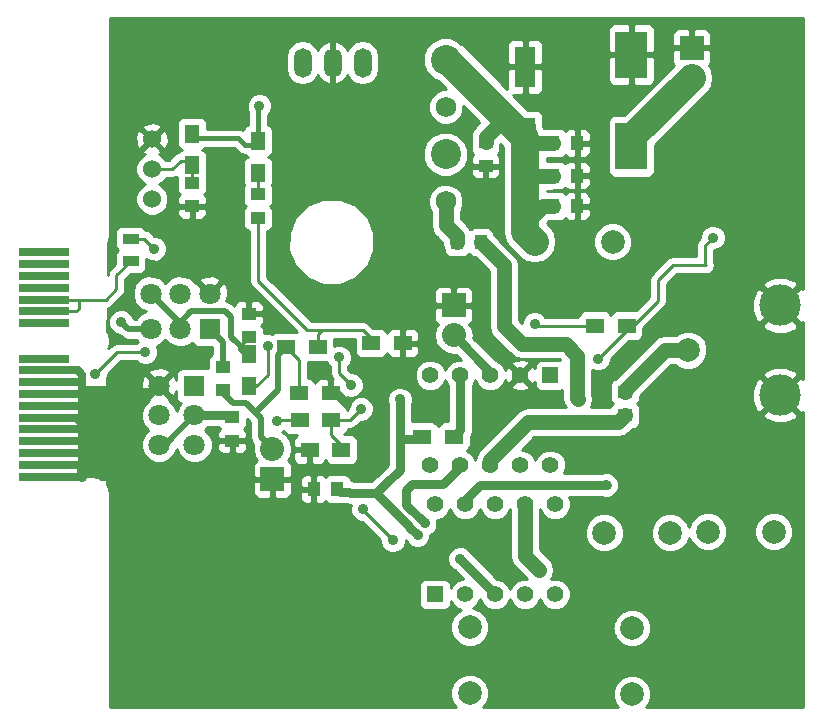
<source format=gbl>
%FSLAX46Y46*%
G04 Gerber Fmt 4.6, Leading zero omitted, Abs format (unit mm)*
G04 Created by KiCad (PCBNEW (2014-10-27 BZR 5228)-product) date 22/05/2015 08:20:28*
%MOMM*%
G01*
G04 APERTURE LIST*
%ADD10C,0.100000*%
%ADD11R,1.250000X1.000000*%
%ADD12R,1.000000X1.250000*%
%ADD13R,4.200000X0.700000*%
%ADD14R,1.397000X1.397000*%
%ADD15C,1.397000*%
%ADD16C,1.998980*%
%ADD17C,3.500000*%
%ADD18C,2.000000*%
%ADD19R,1.800000X1.800000*%
%ADD20C,1.800000*%
%ADD21C,2.540000*%
%ADD22C,1.727200*%
%ADD23C,1.524000*%
%ADD24O,1.501140X2.499360*%
%ADD25R,1.397000X0.889000*%
%ADD26R,1.300000X1.500000*%
%ADD27R,1.500000X1.300000*%
%ADD28R,2.700020X4.000500*%
%ADD29R,1.800860X3.500120*%
%ADD30C,6.350000*%
%ADD31R,2.032000X2.032000*%
%ADD32O,2.032000X2.032000*%
%ADD33C,0.889000*%
%ADD34C,0.635000*%
%ADD35C,0.780000*%
%ADD36C,0.508000*%
%ADD37C,0.254000*%
%ADD38C,1.270000*%
%ADD39C,0.381000*%
%ADD40C,2.400000*%
G04 APERTURE END LIST*
D10*
D11*
X145400000Y-69450000D03*
X145400000Y-71450000D03*
X146800000Y-62700000D03*
X146800000Y-60700000D03*
X142000000Y-51600000D03*
X142000000Y-49600000D03*
X147600000Y-50600000D03*
X147600000Y-52600000D03*
D12*
X174600000Y-51600000D03*
X172600000Y-51600000D03*
D11*
X166850000Y-48200000D03*
X166850000Y-46200000D03*
D12*
X174600000Y-49000000D03*
X172600000Y-49000000D03*
D13*
X129500000Y-74500000D03*
X129500000Y-73500000D03*
X129500000Y-72500000D03*
X129500000Y-71500000D03*
X129500000Y-70500000D03*
X129500000Y-69500000D03*
X129500000Y-68500000D03*
X129500000Y-67500000D03*
X129500000Y-66500000D03*
X129500000Y-65500000D03*
X129500000Y-64500000D03*
X129500000Y-61500000D03*
X129500000Y-60500000D03*
X129500000Y-59500000D03*
X129500000Y-58500000D03*
X129500000Y-57500000D03*
X129500000Y-56500000D03*
X129500000Y-55500000D03*
D14*
X162560000Y-84455000D03*
D15*
X165100000Y-84455000D03*
X167640000Y-84455000D03*
X170180000Y-84455000D03*
X172720000Y-84455000D03*
X172720000Y-76835000D03*
X170180000Y-76835000D03*
X167640000Y-76835000D03*
X165100000Y-76835000D03*
X162560000Y-76835000D03*
D14*
X172339000Y-65913000D03*
D15*
X169799000Y-65913000D03*
X167259000Y-65913000D03*
X164719000Y-65913000D03*
X162179000Y-65913000D03*
X162179000Y-73533000D03*
X164719000Y-73533000D03*
X167259000Y-73533000D03*
X169799000Y-73533000D03*
X172339000Y-73533000D03*
D16*
X191242000Y-79146000D03*
X185654000Y-79146000D03*
X182492000Y-79246000D03*
X176904000Y-79246000D03*
X165496000Y-87258000D03*
X165496000Y-92846000D03*
X179254000Y-92892000D03*
X179254000Y-87304000D03*
D17*
X191800000Y-67600000D03*
X191800000Y-60000000D03*
D18*
X184000000Y-63800000D03*
D19*
X142200000Y-66800000D03*
D20*
X142200000Y-69300000D03*
X139200000Y-66800000D03*
X142200000Y-71800000D03*
X139200000Y-71800000D03*
X139200000Y-69300000D03*
D19*
X143500000Y-62000000D03*
D20*
X141000000Y-62000000D03*
X143500000Y-59000000D03*
X138500000Y-62000000D03*
X138500000Y-59000000D03*
X141000000Y-59000000D03*
D21*
X163461700Y-39199300D03*
D22*
X163461700Y-43199300D03*
D21*
X163461700Y-47199300D03*
D22*
X163461700Y-51199300D03*
D23*
X138600000Y-48460000D03*
X138600000Y-45920000D03*
X138600000Y-51000000D03*
D24*
X153893520Y-39451280D03*
X156433520Y-39451280D03*
X151353520Y-39451280D03*
D16*
X177599460Y-54600000D03*
X171000540Y-54600000D03*
D12*
X166450000Y-54650000D03*
X164450000Y-54650000D03*
D25*
X136800000Y-56252500D03*
X136800000Y-54347500D03*
D26*
X146800000Y-64150000D03*
X146800000Y-66850000D03*
X147600000Y-46050000D03*
X147600000Y-48750000D03*
X142000000Y-45450000D03*
X142000000Y-48150000D03*
D27*
X153750000Y-67400000D03*
X151050000Y-67400000D03*
X152650000Y-63500000D03*
X149950000Y-63500000D03*
X159850000Y-63200000D03*
X157150000Y-63200000D03*
D12*
X154300000Y-75550000D03*
X152300000Y-75550000D03*
D27*
X153800000Y-69700000D03*
X151100000Y-69700000D03*
D28*
X179200000Y-38761260D03*
X179200000Y-46538740D03*
D29*
X170200000Y-39800260D03*
X170200000Y-45799740D03*
D27*
X178800000Y-61700000D03*
X176100000Y-61700000D03*
D30*
X189700000Y-39500000D03*
X139100000Y-39500000D03*
X189700000Y-89900000D03*
X139100000Y-90000000D03*
D12*
X174600000Y-46250000D03*
X172600000Y-46250000D03*
D31*
X164150000Y-60000000D03*
D32*
X164150000Y-62540000D03*
D27*
X164200000Y-71100000D03*
X161500000Y-71100000D03*
D31*
X184300000Y-38200000D03*
D32*
X184300000Y-40740000D03*
D27*
X151950000Y-72200000D03*
X154650000Y-72200000D03*
D11*
X178650000Y-67300000D03*
X178650000Y-69300000D03*
X144600000Y-67200000D03*
X144600000Y-65200000D03*
D31*
X148800000Y-74700000D03*
D32*
X148800000Y-72160000D03*
D33*
X185550000Y-84400000D03*
X160950000Y-89250000D03*
X154150000Y-87600000D03*
X142600000Y-83300000D03*
X161450000Y-61600000D03*
X190200000Y-57400000D03*
X183200000Y-52000000D03*
X132700000Y-68500000D03*
X132700000Y-74500000D03*
X132600000Y-71500000D03*
X179600000Y-59700000D03*
X171400000Y-82400000D03*
X147700000Y-43100000D03*
X136000000Y-61400000D03*
X138800000Y-55200000D03*
X148400000Y-63400000D03*
X161700000Y-78450000D03*
X164700000Y-81450000D03*
X174700000Y-67950000D03*
X159600000Y-67950000D03*
X161100000Y-79450000D03*
X177050000Y-75200000D03*
X133800000Y-65800000D03*
X149200000Y-69750000D03*
X138050000Y-63950000D03*
X186100000Y-54250000D03*
X176400000Y-64500000D03*
X171000000Y-61550000D03*
X156450000Y-77250000D03*
X159000000Y-79900000D03*
X154450000Y-64400000D03*
X155450000Y-66750000D03*
X156300000Y-68750000D03*
D34*
X132300000Y-65500000D02*
X132700000Y-65900000D01*
X132700000Y-66500000D02*
X132700000Y-67300000D01*
X132700000Y-65900000D02*
X132700000Y-66500000D01*
X132700000Y-67300000D02*
X132500000Y-67500000D01*
X132500000Y-67500000D02*
X129500000Y-67500000D01*
X129500000Y-65500000D02*
X132300000Y-65500000D01*
X132400000Y-66500000D02*
X132700000Y-66500000D01*
X132700000Y-66500000D02*
X132400000Y-66500000D01*
X129500000Y-66500000D02*
X132700000Y-66500000D01*
X132700000Y-73600000D02*
X132600000Y-73500000D01*
X132600000Y-73500000D02*
X129500000Y-73500000D01*
X132700000Y-72400000D02*
X132700000Y-73600000D01*
X132700000Y-71400000D02*
X132700000Y-72400000D01*
X132700000Y-70500000D02*
X132700000Y-71400000D01*
X132700000Y-70000000D02*
X132700000Y-70500000D01*
X132700000Y-68500000D02*
X132700000Y-70000000D01*
X132700000Y-67300000D02*
X132700000Y-68500000D01*
X132700000Y-72500000D02*
X132600000Y-72400000D01*
X132600000Y-72400000D02*
X132700000Y-72400000D01*
X129500000Y-72500000D02*
X132700000Y-72500000D01*
X132500000Y-70500000D02*
X132700000Y-70500000D01*
X132700000Y-70500000D02*
X132500000Y-70500000D01*
X129500000Y-70500000D02*
X132700000Y-70500000D01*
X132200000Y-69500000D02*
X132700000Y-70000000D01*
X129500000Y-69500000D02*
X132200000Y-69500000D01*
X138700000Y-67300000D02*
X139200000Y-66800000D01*
X132700000Y-67300000D02*
X138700000Y-67300000D01*
X132700000Y-74500000D02*
X132600000Y-74400000D01*
X132600000Y-74400000D02*
X132600000Y-73500000D01*
X129500000Y-74500000D02*
X132700000Y-74500000D01*
X129500000Y-68500000D02*
X132700000Y-68500000D01*
X132700000Y-71500000D02*
X132600000Y-71400000D01*
X132600000Y-71400000D02*
X132500000Y-71400000D01*
X132500000Y-71400000D02*
X132700000Y-71400000D01*
X132600000Y-71500000D02*
X132700000Y-71500000D01*
X129500000Y-71500000D02*
X132600000Y-71500000D01*
D35*
X154200000Y-67400000D02*
X155150000Y-68350000D01*
X153750000Y-67400000D02*
X154200000Y-67400000D01*
D36*
X139200000Y-71800000D02*
X139700000Y-71800000D01*
X139700000Y-71800000D02*
X142200000Y-69300000D01*
D35*
X145250000Y-69300000D02*
X145400000Y-69450000D01*
X142200000Y-69300000D02*
X145250000Y-69300000D01*
D37*
X146050000Y-63800000D02*
X146800000Y-64550000D01*
X146000000Y-63800000D02*
X146050000Y-63800000D01*
X141000000Y-62000000D02*
X141000000Y-62400000D01*
X146000000Y-63500000D02*
X146800000Y-62700000D01*
X146000000Y-63800000D02*
X146000000Y-63500000D01*
D36*
X141000000Y-61500000D02*
X138500000Y-59000000D01*
D37*
X141000000Y-62000000D02*
X141000000Y-61500000D01*
D36*
X141950000Y-60500000D02*
X144800000Y-60500000D01*
X144800000Y-60500000D02*
X145300000Y-61000000D01*
X145300000Y-61000000D02*
X145300000Y-62650000D01*
X145300000Y-62650000D02*
X146800000Y-64150000D01*
X141000000Y-61450000D02*
X141950000Y-60500000D01*
X141000000Y-62000000D02*
X141000000Y-61450000D01*
D38*
X170180000Y-78630000D02*
X170180000Y-76835000D01*
X179254000Y-87304000D02*
X178854000Y-87304000D01*
X170180000Y-81180000D02*
X171400000Y-82400000D01*
X170180000Y-76835000D02*
X170180000Y-81180000D01*
D37*
X140340000Y-48460000D02*
X141050000Y-47750000D01*
X141050000Y-47750000D02*
X142000000Y-47750000D01*
X138600000Y-48460000D02*
X140340000Y-48460000D01*
X142000000Y-49600000D02*
X142000000Y-47750000D01*
X147600000Y-48350000D02*
X147600000Y-50600000D01*
X147600000Y-57900000D02*
X151750000Y-62050000D01*
X151750000Y-62050000D02*
X151750000Y-62100000D01*
X147600000Y-52600000D02*
X147600000Y-57900000D01*
X157150000Y-63600000D02*
X157550000Y-63200000D01*
X156450000Y-62100000D02*
X157550000Y-63200000D01*
X153000000Y-62100000D02*
X156450000Y-62100000D01*
X151750000Y-62100000D02*
X153000000Y-62100000D01*
X152650000Y-62450000D02*
X153000000Y-62100000D01*
X152650000Y-63500000D02*
X152650000Y-62450000D01*
D39*
X145850000Y-45850000D02*
X146450000Y-46450000D01*
X146450000Y-46450000D02*
X147600000Y-46450000D01*
X142000000Y-45850000D02*
X145850000Y-45850000D01*
X147600000Y-43200000D02*
X147700000Y-43100000D01*
X147600000Y-46050000D02*
X147600000Y-43200000D01*
D37*
X132500000Y-59500000D02*
X132400000Y-59600000D01*
X132400000Y-59600000D02*
X132400000Y-60300000D01*
X132400000Y-60300000D02*
X132200000Y-60500000D01*
X132200000Y-60500000D02*
X129500000Y-60500000D01*
X129500000Y-59500000D02*
X132500000Y-59500000D01*
X135600000Y-57452500D02*
X136800000Y-56252500D01*
X129500000Y-59500000D02*
X134700000Y-59500000D01*
X134700000Y-59500000D02*
X135600000Y-58600000D01*
X135600000Y-58600000D02*
X135600000Y-57452500D01*
D36*
X136600000Y-62000000D02*
X138500000Y-62000000D01*
X136000000Y-61400000D02*
X136600000Y-62000000D01*
D37*
X146800000Y-66850000D02*
X147450000Y-66850000D01*
X138800000Y-55200000D02*
X137947500Y-54347500D01*
X137947500Y-54347500D02*
X136800000Y-54347500D01*
X148400000Y-65900000D02*
X148400000Y-63400000D01*
X147450000Y-66850000D02*
X148400000Y-65900000D01*
D35*
X167640000Y-84390000D02*
X167640000Y-84455000D01*
X164700000Y-81450000D02*
X167640000Y-84390000D01*
X163250000Y-75150000D02*
X160600000Y-75150000D01*
X160600000Y-75150000D02*
X160150000Y-75600000D01*
X160150000Y-75600000D02*
X160150000Y-76900000D01*
X160150000Y-76900000D02*
X161700000Y-78450000D01*
X164719000Y-73681000D02*
X163250000Y-75150000D01*
X164719000Y-73533000D02*
X164719000Y-73681000D01*
X167259000Y-65649000D02*
X164150000Y-62540000D01*
X167259000Y-65913000D02*
X167259000Y-65649000D01*
X164719000Y-70581000D02*
X164200000Y-71100000D01*
X164719000Y-65913000D02*
X164719000Y-70581000D01*
D38*
X174700000Y-67950000D02*
X174600000Y-67850000D01*
X174600000Y-67850000D02*
X174600000Y-64250000D01*
X168400000Y-56600000D02*
X166450000Y-54650000D01*
X168400000Y-61750000D02*
X168400000Y-56600000D01*
X169950000Y-63300000D02*
X168400000Y-61750000D01*
X173650000Y-63300000D02*
X169950000Y-63300000D01*
X174600000Y-64250000D02*
X173650000Y-63300000D01*
D35*
X154550000Y-75800000D02*
X155300000Y-75800000D01*
X155900000Y-75900000D02*
X157600000Y-75900000D01*
X155400000Y-75900000D02*
X155900000Y-75900000D01*
X155400000Y-75900000D02*
X155300000Y-75800000D01*
X154550000Y-75800000D02*
X154300000Y-75550000D01*
X159600000Y-70900000D02*
X159600000Y-70200000D01*
X159600000Y-70200000D02*
X159600000Y-67950000D01*
X158375000Y-75125000D02*
X159600000Y-73900000D01*
X159600000Y-73900000D02*
X159600000Y-71300000D01*
X157600000Y-75900000D02*
X158375000Y-75125000D01*
X159600000Y-71300000D02*
X159600000Y-70900000D01*
X159600000Y-70900000D02*
X159600000Y-70800000D01*
D40*
X179200000Y-45840000D02*
X184300000Y-40740000D01*
X179200000Y-46538740D02*
X179200000Y-45840000D01*
D35*
X161300000Y-71300000D02*
X161500000Y-71100000D01*
X159600000Y-71300000D02*
X161300000Y-71300000D01*
X160400000Y-78700000D02*
X157600000Y-75900000D01*
X162560000Y-84455000D02*
X162560000Y-84310000D01*
X160400000Y-78750000D02*
X161100000Y-79450000D01*
X160400000Y-78700000D02*
X160400000Y-78750000D01*
X165100000Y-76835000D02*
X165100000Y-76450000D01*
X165100000Y-76450000D02*
X166350000Y-75200000D01*
X166350000Y-75200000D02*
X174950000Y-75200000D01*
X174950000Y-75200000D02*
X177050000Y-75200000D01*
X177050000Y-75200000D02*
X177100000Y-75200000D01*
X177100000Y-75200000D02*
X177050000Y-75200000D01*
D37*
X133800000Y-65800000D02*
X134400000Y-65200000D01*
X135650000Y-63950000D02*
X138050000Y-63950000D01*
X134400000Y-65200000D02*
X135650000Y-63950000D01*
X149200000Y-69750000D02*
X149250000Y-69700000D01*
X151100000Y-69700000D02*
X149250000Y-69700000D01*
X179200000Y-61300000D02*
X178800000Y-61700000D01*
X181450000Y-59600000D02*
X181450000Y-57850000D01*
X181450000Y-57850000D02*
X182700000Y-56600000D01*
X185450000Y-56600000D02*
X185500000Y-56600000D01*
X182700000Y-56600000D02*
X185450000Y-56600000D01*
X179350000Y-61700000D02*
X181450000Y-59600000D01*
X178800000Y-61700000D02*
X179350000Y-61700000D01*
X185450000Y-54900000D02*
X186100000Y-54250000D01*
X185450000Y-56600000D02*
X185450000Y-54900000D01*
X178800000Y-62100000D02*
X176400000Y-64500000D01*
X178800000Y-61700000D02*
X178800000Y-62100000D01*
X171000000Y-61550000D02*
X171150000Y-61700000D01*
X171150000Y-61700000D02*
X176100000Y-61700000D01*
X156450000Y-77350000D02*
X156450000Y-77250000D01*
X159000000Y-79900000D02*
X156450000Y-77350000D01*
X155450000Y-66750000D02*
X154450000Y-65750000D01*
X154450000Y-65750000D02*
X154450000Y-64400000D01*
D38*
X163461700Y-39199300D02*
X163599560Y-39199300D01*
D40*
X168500130Y-44099870D02*
X170200000Y-45799740D01*
X163599560Y-39199300D02*
X168500130Y-44099870D01*
D34*
X170749400Y-44850600D02*
X170800000Y-44800000D01*
X170749400Y-44850600D02*
X170800000Y-44800000D01*
D40*
X170200000Y-53799460D02*
X171000540Y-54600000D01*
X170200000Y-53100000D02*
X170200000Y-53799460D01*
X170200000Y-49600000D02*
X170200000Y-53100000D01*
X170200000Y-45799740D02*
X170200000Y-49600000D01*
D38*
X170200000Y-49550000D02*
X170150000Y-49600000D01*
X170150000Y-49600000D02*
X169750000Y-49600000D01*
X169750000Y-49600000D02*
X170200000Y-49600000D01*
X170800000Y-49000000D02*
X170200000Y-49600000D01*
X172600000Y-49000000D02*
X170800000Y-49000000D01*
X170650260Y-46250000D02*
X170200000Y-45799740D01*
X172600000Y-46250000D02*
X170650260Y-46250000D01*
X171700000Y-51600000D02*
X170200000Y-53100000D01*
X172600000Y-51600000D02*
X171700000Y-51600000D01*
X166850000Y-45750000D02*
X168500130Y-44099870D01*
X166850000Y-46200000D02*
X166850000Y-45750000D01*
X163461700Y-53161700D02*
X163461700Y-51199300D01*
X163461700Y-53211700D02*
X163461700Y-53161700D01*
X164450000Y-54150000D02*
X163461700Y-53161700D01*
X164450000Y-54650000D02*
X164450000Y-54150000D01*
D37*
X153800000Y-70950000D02*
X153800000Y-69700000D01*
X154650000Y-71800000D02*
X153800000Y-70950000D01*
X154650000Y-72200000D02*
X154650000Y-71800000D01*
X155350000Y-69700000D02*
X156300000Y-68750000D01*
X153800000Y-69700000D02*
X155350000Y-69700000D01*
D38*
X182000000Y-63800000D02*
X184000000Y-63800000D01*
X178650000Y-67150000D02*
X182000000Y-63800000D01*
X178650000Y-67300000D02*
X178650000Y-67150000D01*
D37*
X167259000Y-73533000D02*
X167259000Y-73941000D01*
D38*
X170450000Y-69900000D02*
X178050000Y-69900000D01*
X178050000Y-69900000D02*
X178650000Y-69300000D01*
X167259000Y-73091000D02*
X170450000Y-69900000D01*
X167259000Y-73533000D02*
X167259000Y-73091000D01*
D37*
X149950000Y-63500000D02*
X149950000Y-63800000D01*
D36*
X147800000Y-71160000D02*
X148800000Y-72160000D01*
X147800000Y-69500000D02*
X147800000Y-71160000D01*
X147250000Y-68950000D02*
X147800000Y-69500000D01*
X146600000Y-68300000D02*
X147250000Y-68950000D01*
X145500000Y-68300000D02*
X146600000Y-68300000D01*
X144600000Y-67400000D02*
X145500000Y-68300000D01*
X144600000Y-67200000D02*
X144600000Y-67400000D01*
X149250000Y-64200000D02*
X149950000Y-63500000D01*
X149250000Y-67200000D02*
X149250000Y-64200000D01*
X147500000Y-68950000D02*
X149250000Y-67200000D01*
X147250000Y-68950000D02*
X147500000Y-68950000D01*
D37*
X150750000Y-67100000D02*
X151050000Y-67400000D01*
X151050000Y-64600000D02*
X149950000Y-63500000D01*
X151050000Y-67400000D02*
X151050000Y-64600000D01*
D36*
X144600000Y-63100000D02*
X143500000Y-62000000D01*
X144600000Y-65200000D02*
X144600000Y-63100000D01*
D37*
G36*
X153897000Y-67527000D02*
X153877000Y-67527000D01*
X153877000Y-67547000D01*
X153623000Y-67547000D01*
X153623000Y-67527000D01*
X153603000Y-67527000D01*
X153603000Y-67273000D01*
X153623000Y-67273000D01*
X153623000Y-66273750D01*
X153464250Y-66115000D01*
X152873691Y-66115000D01*
X152640302Y-66211673D01*
X152461673Y-66390301D01*
X152399999Y-66539193D01*
X152338327Y-66390302D01*
X152159699Y-66211673D01*
X151926310Y-66115000D01*
X151812000Y-66115000D01*
X151812000Y-64785000D01*
X152026309Y-64785000D01*
X153441058Y-64785000D01*
X153534311Y-65010689D01*
X153688000Y-65164646D01*
X153688000Y-65750000D01*
X153746004Y-66041605D01*
X153891458Y-66259291D01*
X153877000Y-66273750D01*
X153877000Y-67273000D01*
X153897000Y-67273000D01*
X153897000Y-67527000D01*
X153897000Y-67527000D01*
G37*
X153897000Y-67527000D02*
X153877000Y-67527000D01*
X153877000Y-67547000D01*
X153623000Y-67547000D01*
X153623000Y-67527000D01*
X153603000Y-67527000D01*
X153603000Y-67273000D01*
X153623000Y-67273000D01*
X153623000Y-66273750D01*
X153464250Y-66115000D01*
X152873691Y-66115000D01*
X152640302Y-66211673D01*
X152461673Y-66390301D01*
X152399999Y-66539193D01*
X152338327Y-66390302D01*
X152159699Y-66211673D01*
X151926310Y-66115000D01*
X151812000Y-66115000D01*
X151812000Y-64785000D01*
X152026309Y-64785000D01*
X153441058Y-64785000D01*
X153534311Y-65010689D01*
X153688000Y-65164646D01*
X153688000Y-65750000D01*
X153746004Y-66041605D01*
X153891458Y-66259291D01*
X153877000Y-66273750D01*
X153877000Y-67273000D01*
X153897000Y-67273000D01*
X153897000Y-67527000D01*
G36*
X193715000Y-94015000D02*
X193314923Y-94015000D01*
X193314923Y-69294528D01*
X191800000Y-67779605D01*
X191620395Y-67959210D01*
X191620395Y-67600000D01*
X190105472Y-66085077D01*
X189760729Y-66275364D01*
X189409044Y-67156591D01*
X189421359Y-68105323D01*
X189760729Y-68924636D01*
X190105472Y-69114923D01*
X191620395Y-67600000D01*
X191620395Y-67959210D01*
X190285077Y-69294528D01*
X190475364Y-69639271D01*
X191356591Y-69990956D01*
X192305323Y-69978641D01*
X193124636Y-69639271D01*
X193314923Y-69294528D01*
X193314923Y-94015000D01*
X192876774Y-94015000D01*
X192876774Y-78822306D01*
X192628462Y-78221345D01*
X192169073Y-77761154D01*
X191568547Y-77511794D01*
X190918306Y-77511226D01*
X190317345Y-77759538D01*
X189857154Y-78218927D01*
X189607794Y-78819453D01*
X189607226Y-79469694D01*
X189855538Y-80070655D01*
X190314927Y-80530846D01*
X190915453Y-80780206D01*
X191565694Y-80780774D01*
X192166655Y-80532462D01*
X192626846Y-80073073D01*
X192876206Y-79472547D01*
X192876774Y-78822306D01*
X192876774Y-94015000D01*
X187288774Y-94015000D01*
X187288774Y-78822306D01*
X187179687Y-78558295D01*
X187179687Y-54036216D01*
X187015689Y-53639311D01*
X186712286Y-53335378D01*
X186315668Y-53170687D01*
X186135000Y-53170529D01*
X186135000Y-40740000D01*
X185995319Y-40037776D01*
X185753763Y-39676262D01*
X185854327Y-39575699D01*
X185951000Y-39342310D01*
X185951000Y-39089691D01*
X185951000Y-38485750D01*
X185951000Y-37914250D01*
X185951000Y-37310309D01*
X185951000Y-37057690D01*
X185854327Y-36824301D01*
X185675698Y-36645673D01*
X185442309Y-36549000D01*
X184585750Y-36549000D01*
X184427000Y-36707750D01*
X184427000Y-38073000D01*
X185792250Y-38073000D01*
X185951000Y-37914250D01*
X185951000Y-38485750D01*
X185792250Y-38327000D01*
X184427000Y-38327000D01*
X184427000Y-38347000D01*
X184173000Y-38347000D01*
X184173000Y-38327000D01*
X184173000Y-38073000D01*
X184173000Y-36707750D01*
X184014250Y-36549000D01*
X183157691Y-36549000D01*
X182924302Y-36645673D01*
X182745673Y-36824301D01*
X182649000Y-37057690D01*
X182649000Y-37310309D01*
X182649000Y-37914250D01*
X182807750Y-38073000D01*
X184173000Y-38073000D01*
X184173000Y-38327000D01*
X182807750Y-38327000D01*
X182649000Y-38485750D01*
X182649000Y-39089691D01*
X182649000Y-39342310D01*
X182745673Y-39575699D01*
X182807446Y-39637471D01*
X181185010Y-41259907D01*
X181185010Y-40887819D01*
X181185010Y-39047010D01*
X181185010Y-38475510D01*
X181185010Y-36634701D01*
X181088337Y-36401312D01*
X180909709Y-36222683D01*
X180676320Y-36126010D01*
X180423701Y-36126010D01*
X179485750Y-36126010D01*
X179327000Y-36284760D01*
X179327000Y-38634260D01*
X181026260Y-38634260D01*
X181185010Y-38475510D01*
X181185010Y-39047010D01*
X181026260Y-38888260D01*
X179327000Y-38888260D01*
X179327000Y-41237760D01*
X179485750Y-41396510D01*
X180423701Y-41396510D01*
X180676320Y-41396510D01*
X180909709Y-41299837D01*
X181088337Y-41121208D01*
X181185010Y-40887819D01*
X181185010Y-41259907D01*
X179073000Y-43371917D01*
X179073000Y-41237760D01*
X179073000Y-38888260D01*
X179073000Y-38634260D01*
X179073000Y-36284760D01*
X178914250Y-36126010D01*
X177976299Y-36126010D01*
X177723680Y-36126010D01*
X177490291Y-36222683D01*
X177311663Y-36401312D01*
X177214990Y-36634701D01*
X177214990Y-38475510D01*
X177373740Y-38634260D01*
X179073000Y-38634260D01*
X179073000Y-38888260D01*
X177373740Y-38888260D01*
X177214990Y-39047010D01*
X177214990Y-40887819D01*
X177311663Y-41121208D01*
X177490291Y-41299837D01*
X177723680Y-41396510D01*
X177976299Y-41396510D01*
X178914250Y-41396510D01*
X179073000Y-41237760D01*
X179073000Y-43371917D01*
X178541427Y-43903490D01*
X177723681Y-43903490D01*
X177490292Y-44000163D01*
X177311663Y-44178791D01*
X177214990Y-44412180D01*
X177214990Y-44664799D01*
X177214990Y-48665299D01*
X177311663Y-48898688D01*
X177490291Y-49077317D01*
X177723680Y-49173990D01*
X177976299Y-49173990D01*
X180676319Y-49173990D01*
X180909708Y-49077317D01*
X181088337Y-48898689D01*
X181185010Y-48665300D01*
X181185010Y-48412681D01*
X181185010Y-46450072D01*
X185597541Y-42037541D01*
X185995319Y-41442224D01*
X186135000Y-40740000D01*
X186135000Y-53170529D01*
X185886216Y-53170313D01*
X185489311Y-53334311D01*
X185185378Y-53637714D01*
X185020687Y-54034332D01*
X185020497Y-54251872D01*
X184911185Y-54361185D01*
X184746004Y-54608395D01*
X184688000Y-54900000D01*
X184688000Y-55838000D01*
X182700000Y-55838000D01*
X182408395Y-55896004D01*
X182161185Y-56061185D01*
X180911185Y-57311185D01*
X180746004Y-57558395D01*
X180688000Y-57850000D01*
X180688000Y-59284369D01*
X179557369Y-60415000D01*
X179423691Y-60415000D01*
X179234234Y-60415000D01*
X179234234Y-54276306D01*
X178985922Y-53675345D01*
X178526533Y-53215154D01*
X177926007Y-52965794D01*
X177275766Y-52965226D01*
X176674805Y-53213538D01*
X176214614Y-53672927D01*
X175965254Y-54273453D01*
X175964686Y-54923694D01*
X176212998Y-55524655D01*
X176672387Y-55984846D01*
X177272913Y-56234206D01*
X177923154Y-56234774D01*
X178524115Y-55986462D01*
X178984306Y-55527073D01*
X179233666Y-54926547D01*
X179234234Y-54276306D01*
X179234234Y-60415000D01*
X177923691Y-60415000D01*
X177690302Y-60511673D01*
X177511673Y-60690301D01*
X177449999Y-60839193D01*
X177388327Y-60690302D01*
X177209699Y-60511673D01*
X176976310Y-60415000D01*
X176723691Y-60415000D01*
X175735000Y-60415000D01*
X175735000Y-52351310D01*
X175735000Y-52098691D01*
X175735000Y-51885750D01*
X175735000Y-51314250D01*
X175735000Y-51101309D01*
X175735000Y-50848690D01*
X175735000Y-49751310D01*
X175735000Y-49498691D01*
X175735000Y-49285750D01*
X175735000Y-48714250D01*
X175735000Y-48501309D01*
X175735000Y-48248690D01*
X175735000Y-47001310D01*
X175735000Y-46748691D01*
X175735000Y-46535750D01*
X175735000Y-45964250D01*
X175735000Y-45751309D01*
X175735000Y-45498690D01*
X175638327Y-45265301D01*
X175459698Y-45086673D01*
X175226309Y-44990000D01*
X174885750Y-44990000D01*
X174727000Y-45148750D01*
X174727000Y-46123000D01*
X175576250Y-46123000D01*
X175735000Y-45964250D01*
X175735000Y-46535750D01*
X175576250Y-46377000D01*
X174727000Y-46377000D01*
X174727000Y-47351250D01*
X174885750Y-47510000D01*
X175226309Y-47510000D01*
X175459698Y-47413327D01*
X175638327Y-47234699D01*
X175735000Y-47001310D01*
X175735000Y-48248690D01*
X175638327Y-48015301D01*
X175459698Y-47836673D01*
X175226309Y-47740000D01*
X174885750Y-47740000D01*
X174727000Y-47898750D01*
X174727000Y-48873000D01*
X175576250Y-48873000D01*
X175735000Y-48714250D01*
X175735000Y-49285750D01*
X175576250Y-49127000D01*
X174727000Y-49127000D01*
X174727000Y-50101250D01*
X174885750Y-50260000D01*
X175226309Y-50260000D01*
X175459698Y-50163327D01*
X175638327Y-49984699D01*
X175735000Y-49751310D01*
X175735000Y-50848690D01*
X175638327Y-50615301D01*
X175459698Y-50436673D01*
X175226309Y-50340000D01*
X174885750Y-50340000D01*
X174727000Y-50498750D01*
X174727000Y-51473000D01*
X175576250Y-51473000D01*
X175735000Y-51314250D01*
X175735000Y-51885750D01*
X175576250Y-51727000D01*
X174727000Y-51727000D01*
X174727000Y-52701250D01*
X174885750Y-52860000D01*
X175226309Y-52860000D01*
X175459698Y-52763327D01*
X175638327Y-52584699D01*
X175735000Y-52351310D01*
X175735000Y-60415000D01*
X175223691Y-60415000D01*
X174990302Y-60511673D01*
X174811673Y-60690301D01*
X174715000Y-60923690D01*
X174715000Y-60938000D01*
X174473000Y-60938000D01*
X174473000Y-52701250D01*
X174473000Y-51727000D01*
X174453000Y-51727000D01*
X174453000Y-51473000D01*
X174473000Y-51473000D01*
X174473000Y-50498750D01*
X174314250Y-50340000D01*
X173973691Y-50340000D01*
X173740302Y-50436673D01*
X173599999Y-50576974D01*
X173459699Y-50436673D01*
X173226310Y-50340000D01*
X172973691Y-50340000D01*
X172650273Y-50340000D01*
X172600000Y-50330000D01*
X172035000Y-50330000D01*
X172035000Y-50270000D01*
X172600000Y-50270000D01*
X172650273Y-50260000D01*
X173226309Y-50260000D01*
X173459698Y-50163327D01*
X173600000Y-50023025D01*
X173740302Y-50163327D01*
X173973691Y-50260000D01*
X174314250Y-50260000D01*
X174473000Y-50101250D01*
X174473000Y-49127000D01*
X174453000Y-49127000D01*
X174453000Y-48873000D01*
X174473000Y-48873000D01*
X174473000Y-47898750D01*
X174314250Y-47740000D01*
X173973691Y-47740000D01*
X173740302Y-47836673D01*
X173599999Y-47976974D01*
X173459699Y-47836673D01*
X173226310Y-47740000D01*
X172973691Y-47740000D01*
X172650273Y-47740000D01*
X172600000Y-47730000D01*
X172035000Y-47730000D01*
X172035000Y-47520000D01*
X172600000Y-47520000D01*
X172650273Y-47510000D01*
X173226309Y-47510000D01*
X173459698Y-47413327D01*
X173600000Y-47273025D01*
X173740302Y-47413327D01*
X173973691Y-47510000D01*
X174314250Y-47510000D01*
X174473000Y-47351250D01*
X174473000Y-46377000D01*
X174453000Y-46377000D01*
X174453000Y-46123000D01*
X174473000Y-46123000D01*
X174473000Y-45148750D01*
X174314250Y-44990000D01*
X173973691Y-44990000D01*
X173740302Y-45086673D01*
X173599999Y-45226974D01*
X173459699Y-45086673D01*
X173226310Y-44990000D01*
X172973691Y-44990000D01*
X172650273Y-44990000D01*
X172600000Y-44980000D01*
X171816797Y-44980000D01*
X171739659Y-44864554D01*
X171752500Y-44800000D01*
X171735430Y-44714183D01*
X171735430Y-43923371D01*
X171735430Y-41676629D01*
X171735430Y-40086010D01*
X171735430Y-39514510D01*
X171735430Y-37923891D01*
X171638757Y-37690502D01*
X171460129Y-37511873D01*
X171226740Y-37415200D01*
X170974121Y-37415200D01*
X170485750Y-37415200D01*
X170327000Y-37573950D01*
X170327000Y-39673260D01*
X171576680Y-39673260D01*
X171735430Y-39514510D01*
X171735430Y-40086010D01*
X171576680Y-39927260D01*
X170327000Y-39927260D01*
X170327000Y-42026570D01*
X170485750Y-42185320D01*
X170974121Y-42185320D01*
X171226740Y-42185320D01*
X171460129Y-42088647D01*
X171638757Y-41910018D01*
X171735430Y-41676629D01*
X171735430Y-43923371D01*
X171638757Y-43689982D01*
X171460129Y-43511353D01*
X171226740Y-43414680D01*
X170974121Y-43414680D01*
X170410022Y-43414680D01*
X169797671Y-42802329D01*
X169180662Y-42185320D01*
X169425879Y-42185320D01*
X169914250Y-42185320D01*
X170073000Y-42026570D01*
X170073000Y-39927260D01*
X170073000Y-39673260D01*
X170073000Y-37573950D01*
X169914250Y-37415200D01*
X169425879Y-37415200D01*
X169173260Y-37415200D01*
X168939871Y-37511873D01*
X168761243Y-37690502D01*
X168664570Y-37923891D01*
X168664570Y-39514510D01*
X168823320Y-39673260D01*
X170073000Y-39673260D01*
X170073000Y-39927260D01*
X168823320Y-39927260D01*
X168664570Y-40086010D01*
X168664570Y-41669228D01*
X164897101Y-37901759D01*
X164780128Y-37823600D01*
X164542205Y-37585261D01*
X163842290Y-37294632D01*
X163084435Y-37293970D01*
X162384014Y-37583378D01*
X161847661Y-38118795D01*
X161557032Y-38818710D01*
X161556370Y-39576565D01*
X161845778Y-40276986D01*
X162381195Y-40813339D01*
X162787036Y-40981858D01*
X163505916Y-41700738D01*
X163164918Y-41700441D01*
X162613920Y-41928108D01*
X162191990Y-42349303D01*
X161963361Y-42899902D01*
X161962841Y-43496082D01*
X162190508Y-44047080D01*
X162611703Y-44469010D01*
X163162302Y-44697639D01*
X163758482Y-44698159D01*
X164309480Y-44470492D01*
X164731410Y-44049297D01*
X164960039Y-43498698D01*
X164960338Y-43155160D01*
X166304563Y-44499385D01*
X165951974Y-44851974D01*
X165676673Y-45263992D01*
X165638231Y-45457249D01*
X165590000Y-45573690D01*
X165590000Y-45699722D01*
X165579999Y-45750000D01*
X165580000Y-45750005D01*
X165580000Y-46200000D01*
X165590000Y-46250273D01*
X165590000Y-46826309D01*
X165686673Y-47059698D01*
X165826974Y-47200000D01*
X165686673Y-47340302D01*
X165590000Y-47573691D01*
X165590000Y-47914250D01*
X165748750Y-48073000D01*
X166723000Y-48073000D01*
X166723000Y-48053000D01*
X166977000Y-48053000D01*
X166977000Y-48073000D01*
X167951250Y-48073000D01*
X168110000Y-47914250D01*
X168110000Y-47573691D01*
X168013327Y-47340302D01*
X167873025Y-47199999D01*
X168013327Y-47059699D01*
X168110000Y-46826310D01*
X168110000Y-46573691D01*
X168110000Y-46304822D01*
X168365000Y-46559822D01*
X168365000Y-49600000D01*
X168365000Y-53100000D01*
X168365000Y-53799460D01*
X168504681Y-54501684D01*
X168902459Y-55097001D01*
X169702999Y-55897541D01*
X170298316Y-56295319D01*
X171000540Y-56435000D01*
X171702765Y-56295319D01*
X172298081Y-55897541D01*
X172695859Y-55302225D01*
X172835540Y-54600000D01*
X172695859Y-53897776D01*
X172298081Y-53302459D01*
X172045836Y-53050214D01*
X172226051Y-52870000D01*
X172600000Y-52870000D01*
X172650273Y-52860000D01*
X173226309Y-52860000D01*
X173459698Y-52763327D01*
X173600000Y-52623025D01*
X173740302Y-52763327D01*
X173973691Y-52860000D01*
X174314250Y-52860000D01*
X174473000Y-52701250D01*
X174473000Y-60938000D01*
X171914380Y-60938000D01*
X171612286Y-60635378D01*
X171215668Y-60470687D01*
X170786216Y-60470313D01*
X170389311Y-60634311D01*
X170085378Y-60937714D01*
X169920687Y-61334332D01*
X169920564Y-61474512D01*
X169670000Y-61223948D01*
X169670000Y-56600000D01*
X169573327Y-56113992D01*
X169298026Y-55701974D01*
X169298022Y-55701971D01*
X168110000Y-54513948D01*
X168110000Y-48826309D01*
X168110000Y-48485750D01*
X167951250Y-48327000D01*
X166977000Y-48327000D01*
X166977000Y-49176250D01*
X167135750Y-49335000D01*
X167348691Y-49335000D01*
X167601310Y-49335000D01*
X167834699Y-49238327D01*
X168013327Y-49059698D01*
X168110000Y-48826309D01*
X168110000Y-54513948D01*
X167585000Y-53988948D01*
X167585000Y-53898691D01*
X167488327Y-53665302D01*
X167309699Y-53486673D01*
X167076310Y-53390000D01*
X166823691Y-53390000D01*
X166723000Y-53390000D01*
X166723000Y-49176250D01*
X166723000Y-48327000D01*
X165748750Y-48327000D01*
X165590000Y-48485750D01*
X165590000Y-48826309D01*
X165686673Y-49059698D01*
X165865301Y-49238327D01*
X166098690Y-49335000D01*
X166351309Y-49335000D01*
X166564250Y-49335000D01*
X166723000Y-49176250D01*
X166723000Y-53390000D01*
X166500277Y-53390000D01*
X166450000Y-53379999D01*
X166399722Y-53390000D01*
X165823691Y-53390000D01*
X165590302Y-53486673D01*
X165539075Y-53537899D01*
X165539074Y-53537899D01*
X165367030Y-53280415D01*
X165367030Y-46822035D01*
X165077622Y-46121614D01*
X164542205Y-45585261D01*
X163842290Y-45294632D01*
X163084435Y-45293970D01*
X162384014Y-45583378D01*
X161847661Y-46118795D01*
X161557032Y-46818710D01*
X161556370Y-47576565D01*
X161845778Y-48276986D01*
X162381195Y-48813339D01*
X163081110Y-49103968D01*
X163838965Y-49104630D01*
X164539386Y-48815222D01*
X165075739Y-48279805D01*
X165366368Y-47579890D01*
X165367030Y-46822035D01*
X165367030Y-53280415D01*
X165348026Y-53251974D01*
X165348022Y-53251971D01*
X164731700Y-52635648D01*
X164731700Y-52048598D01*
X164960039Y-51498698D01*
X164960559Y-50902518D01*
X164732892Y-50351520D01*
X164311697Y-49929590D01*
X163761098Y-49700961D01*
X163164918Y-49700441D01*
X162613920Y-49928108D01*
X162191990Y-50349303D01*
X161963361Y-50899902D01*
X161962841Y-51496082D01*
X162190508Y-52047080D01*
X162191700Y-52048274D01*
X162191700Y-53161694D01*
X162191699Y-53161700D01*
X162191700Y-53161705D01*
X162191700Y-53211700D01*
X162288373Y-53697708D01*
X162563674Y-54109726D01*
X162714357Y-54210409D01*
X163186468Y-54682519D01*
X163276673Y-55136008D01*
X163315000Y-55193368D01*
X163315000Y-55401309D01*
X163411673Y-55634698D01*
X163590301Y-55813327D01*
X163823690Y-55910000D01*
X164076309Y-55910000D01*
X164399726Y-55910000D01*
X164450000Y-55920000D01*
X164500273Y-55910000D01*
X165076309Y-55910000D01*
X165309698Y-55813327D01*
X165450000Y-55673025D01*
X165590301Y-55813327D01*
X165823690Y-55910000D01*
X165913948Y-55910000D01*
X167130000Y-57126051D01*
X167130000Y-61749994D01*
X167129999Y-61750000D01*
X167226673Y-62236008D01*
X167501974Y-62648026D01*
X169051974Y-64198026D01*
X169463992Y-64473327D01*
X169947345Y-64569472D01*
X169461801Y-64595852D01*
X169106071Y-64743200D01*
X169044417Y-64978812D01*
X169799000Y-65733395D01*
X170553583Y-64978812D01*
X170491929Y-64743200D01*
X169999836Y-64570000D01*
X173123948Y-64570000D01*
X173133448Y-64579500D01*
X172911191Y-64579500D01*
X171514191Y-64579500D01*
X171280802Y-64676173D01*
X171102173Y-64854801D01*
X171005500Y-65088190D01*
X171005500Y-65308672D01*
X170968800Y-65220071D01*
X170733188Y-65158417D01*
X169978605Y-65913000D01*
X170733188Y-66667583D01*
X170968800Y-66605929D01*
X171005500Y-66501657D01*
X171005500Y-66737809D01*
X171102173Y-66971198D01*
X171280801Y-67149827D01*
X171514190Y-67246500D01*
X171766809Y-67246500D01*
X173163809Y-67246500D01*
X173330000Y-67177661D01*
X173330000Y-67849994D01*
X173329999Y-67850000D01*
X173426673Y-68336008D01*
X173623111Y-68630000D01*
X170553583Y-68630000D01*
X170553583Y-66847188D01*
X169799000Y-66092605D01*
X169044417Y-66847188D01*
X169106071Y-67082800D01*
X169606480Y-67258927D01*
X170136199Y-67230148D01*
X170491929Y-67082800D01*
X170553583Y-66847188D01*
X170553583Y-68630000D01*
X170450000Y-68630000D01*
X169963992Y-68726673D01*
X169551974Y-69001974D01*
X169551971Y-69001977D01*
X166360974Y-72192974D01*
X166085673Y-72604992D01*
X165988999Y-73091000D01*
X165989000Y-73091005D01*
X165989000Y-73114220D01*
X165988906Y-73114446D01*
X165850146Y-72778620D01*
X165475353Y-72403173D01*
X165254167Y-72311328D01*
X165309698Y-72288327D01*
X165488327Y-72109699D01*
X165585000Y-71876310D01*
X165585000Y-71623691D01*
X165585000Y-71094440D01*
X165665977Y-70973251D01*
X165665977Y-70973250D01*
X165743999Y-70581000D01*
X165744000Y-70581000D01*
X165744000Y-66773997D01*
X165848827Y-66669353D01*
X165989093Y-66331553D01*
X166127854Y-66667380D01*
X166502647Y-67042827D01*
X166992587Y-67246268D01*
X167523086Y-67246731D01*
X168013380Y-67044146D01*
X168388827Y-66669353D01*
X168522313Y-66347881D01*
X168629200Y-66605929D01*
X168864812Y-66667583D01*
X169619395Y-65913000D01*
X168864812Y-65158417D01*
X168629200Y-65220071D01*
X168530916Y-65499311D01*
X168390146Y-65158620D01*
X168015353Y-64783173D01*
X167720170Y-64660602D01*
X165794558Y-62734990D01*
X165833345Y-62540000D01*
X165707670Y-61908190D01*
X165483034Y-61571998D01*
X165525698Y-61554327D01*
X165704327Y-61375699D01*
X165801000Y-61142310D01*
X165801000Y-60889691D01*
X165801000Y-60285750D01*
X165801000Y-59714250D01*
X165801000Y-59110309D01*
X165801000Y-58857690D01*
X165704327Y-58624301D01*
X165525698Y-58445673D01*
X165292309Y-58349000D01*
X164435750Y-58349000D01*
X164277000Y-58507750D01*
X164277000Y-59873000D01*
X165642250Y-59873000D01*
X165801000Y-59714250D01*
X165801000Y-60285750D01*
X165642250Y-60127000D01*
X164277000Y-60127000D01*
X164277000Y-60147000D01*
X164023000Y-60147000D01*
X164023000Y-60127000D01*
X164023000Y-59873000D01*
X164023000Y-58507750D01*
X163864250Y-58349000D01*
X163007691Y-58349000D01*
X162774302Y-58445673D01*
X162595673Y-58624301D01*
X162499000Y-58857690D01*
X162499000Y-59110309D01*
X162499000Y-59714250D01*
X162657750Y-59873000D01*
X164023000Y-59873000D01*
X164023000Y-60127000D01*
X162657750Y-60127000D01*
X162499000Y-60285750D01*
X162499000Y-60889691D01*
X162499000Y-61142310D01*
X162595673Y-61375699D01*
X162774302Y-61554327D01*
X162816965Y-61571998D01*
X162592330Y-61908190D01*
X162466655Y-62540000D01*
X162592330Y-63171810D01*
X162950222Y-63707433D01*
X163485845Y-64065325D01*
X164117655Y-64191000D01*
X164182345Y-64191000D01*
X164323378Y-64162946D01*
X164739949Y-64579517D01*
X164454914Y-64579269D01*
X163964620Y-64781854D01*
X163589173Y-65156647D01*
X163448906Y-65494446D01*
X163310146Y-65158620D01*
X162935353Y-64783173D01*
X162445413Y-64579732D01*
X161914914Y-64579269D01*
X161424620Y-64781854D01*
X161235000Y-64971143D01*
X161235000Y-63976310D01*
X161235000Y-63723691D01*
X161235000Y-63485750D01*
X161235000Y-62914250D01*
X161235000Y-62676309D01*
X161235000Y-62423690D01*
X161138327Y-62190301D01*
X160959698Y-62011673D01*
X160726309Y-61915000D01*
X160135750Y-61915000D01*
X159977000Y-62073750D01*
X159977000Y-63073000D01*
X161076250Y-63073000D01*
X161235000Y-62914250D01*
X161235000Y-63485750D01*
X161076250Y-63327000D01*
X159977000Y-63327000D01*
X159977000Y-64326250D01*
X160135750Y-64485000D01*
X160726309Y-64485000D01*
X160959698Y-64388327D01*
X161138327Y-64209699D01*
X161235000Y-63976310D01*
X161235000Y-64971143D01*
X161049173Y-65156647D01*
X160845732Y-65646587D01*
X160845269Y-66177086D01*
X161047854Y-66667380D01*
X161422647Y-67042827D01*
X161912587Y-67246268D01*
X162443086Y-67246731D01*
X162933380Y-67044146D01*
X163308827Y-66669353D01*
X163449093Y-66331553D01*
X163587854Y-66667380D01*
X163694000Y-66773711D01*
X163694000Y-69815000D01*
X163323691Y-69815000D01*
X163090302Y-69911673D01*
X162911673Y-70090301D01*
X162849999Y-70239193D01*
X162788327Y-70090302D01*
X162609699Y-69911673D01*
X162376310Y-69815000D01*
X162123691Y-69815000D01*
X160625000Y-69815000D01*
X160625000Y-68296467D01*
X160679313Y-68165668D01*
X160679687Y-67736216D01*
X160515689Y-67339311D01*
X160212286Y-67035378D01*
X159815668Y-66870687D01*
X159386216Y-66870313D01*
X158989311Y-67034311D01*
X158685378Y-67337714D01*
X158520687Y-67734332D01*
X158520313Y-68163784D01*
X158575000Y-68296136D01*
X158575000Y-70200000D01*
X158575000Y-70800000D01*
X158575000Y-70900000D01*
X158575000Y-71300000D01*
X158575000Y-73475431D01*
X157650219Y-74400212D01*
X157650216Y-74400215D01*
X157175431Y-74875000D01*
X155900000Y-74875000D01*
X155725141Y-74875000D01*
X155692251Y-74853023D01*
X155435000Y-74801853D01*
X155435000Y-74801852D01*
X155435000Y-74798691D01*
X155338327Y-74565302D01*
X155159699Y-74386673D01*
X154926310Y-74290000D01*
X154673691Y-74290000D01*
X153673691Y-74290000D01*
X153440302Y-74386673D01*
X153300000Y-74526974D01*
X153159698Y-74386673D01*
X152926309Y-74290000D01*
X152585750Y-74290000D01*
X152427000Y-74448750D01*
X152427000Y-75423000D01*
X152447000Y-75423000D01*
X152447000Y-75677000D01*
X152427000Y-75677000D01*
X152427000Y-76651250D01*
X152585750Y-76810000D01*
X152926309Y-76810000D01*
X153159698Y-76713327D01*
X153300000Y-76573025D01*
X153440301Y-76713327D01*
X153673690Y-76810000D01*
X153926309Y-76810000D01*
X154474589Y-76810000D01*
X154474593Y-76810000D01*
X154550000Y-76825000D01*
X154974858Y-76825000D01*
X155007749Y-76846977D01*
X155400000Y-76925000D01*
X155416085Y-76925000D01*
X155370687Y-77034332D01*
X155370313Y-77463784D01*
X155534311Y-77860689D01*
X155837714Y-78164622D01*
X156234332Y-78329313D01*
X156351785Y-78329415D01*
X157920500Y-79898131D01*
X157920313Y-80113784D01*
X158084311Y-80510689D01*
X158387714Y-80814622D01*
X158784332Y-80979313D01*
X159213784Y-80979687D01*
X159610689Y-80815689D01*
X159914622Y-80512286D01*
X160079313Y-80115668D01*
X160079519Y-79879087D01*
X160130226Y-79929795D01*
X160184311Y-80060689D01*
X160487714Y-80364622D01*
X160884332Y-80529313D01*
X161313784Y-80529687D01*
X161710689Y-80365689D01*
X162014622Y-80062286D01*
X162179313Y-79665668D01*
X162179527Y-79419884D01*
X162310689Y-79365689D01*
X162614622Y-79062286D01*
X162779313Y-78665668D01*
X162779687Y-78236216D01*
X162751776Y-78168667D01*
X162824086Y-78168731D01*
X163314380Y-77966146D01*
X163689827Y-77591353D01*
X163830093Y-77253553D01*
X163968854Y-77589380D01*
X164343647Y-77964827D01*
X164833587Y-78168268D01*
X165364086Y-78168731D01*
X165854380Y-77966146D01*
X166229827Y-77591353D01*
X166370093Y-77253553D01*
X166508854Y-77589380D01*
X166883647Y-77964827D01*
X167373587Y-78168268D01*
X167904086Y-78168731D01*
X168394380Y-77966146D01*
X168769827Y-77591353D01*
X168910000Y-77253779D01*
X168910000Y-78630000D01*
X168910000Y-81179994D01*
X168909999Y-81180000D01*
X169006673Y-81666008D01*
X169281974Y-82078026D01*
X170325575Y-83121626D01*
X169915914Y-83121269D01*
X169425620Y-83323854D01*
X169050173Y-83698647D01*
X168909906Y-84036446D01*
X168771146Y-83700620D01*
X168396353Y-83325173D01*
X167906413Y-83121732D01*
X167821226Y-83121657D01*
X165669773Y-80970205D01*
X165615689Y-80839311D01*
X165312286Y-80535378D01*
X164915668Y-80370687D01*
X164486216Y-80370313D01*
X164089311Y-80534311D01*
X163785378Y-80837714D01*
X163620687Y-81234332D01*
X163620313Y-81663784D01*
X163784311Y-82060689D01*
X164087714Y-82364622D01*
X164219972Y-82419540D01*
X164921775Y-83121343D01*
X164835914Y-83121269D01*
X164345620Y-83323854D01*
X163970173Y-83698647D01*
X163893500Y-83883295D01*
X163893500Y-83630191D01*
X163796827Y-83396802D01*
X163618199Y-83218173D01*
X163384810Y-83121500D01*
X163132191Y-83121500D01*
X161735191Y-83121500D01*
X161501802Y-83218173D01*
X161323173Y-83396801D01*
X161226500Y-83630190D01*
X161226500Y-83882809D01*
X161226500Y-85279809D01*
X161323173Y-85513198D01*
X161501801Y-85691827D01*
X161735190Y-85788500D01*
X161987809Y-85788500D01*
X163384809Y-85788500D01*
X163618198Y-85691827D01*
X163796827Y-85513199D01*
X163893500Y-85279810D01*
X163893500Y-85027191D01*
X163893500Y-85027009D01*
X163968854Y-85209380D01*
X164343647Y-85584827D01*
X164803305Y-85775693D01*
X164571345Y-85871538D01*
X164111154Y-86330927D01*
X163861794Y-86931453D01*
X163861226Y-87581694D01*
X164109538Y-88182655D01*
X164568927Y-88642846D01*
X165169453Y-88892206D01*
X165819694Y-88892774D01*
X166420655Y-88644462D01*
X166880846Y-88185073D01*
X167130206Y-87584547D01*
X167130774Y-86934306D01*
X166882462Y-86333345D01*
X166423073Y-85873154D01*
X165822547Y-85623794D01*
X165763389Y-85623742D01*
X165854380Y-85586146D01*
X166229827Y-85211353D01*
X166370093Y-84873553D01*
X166508854Y-85209380D01*
X166883647Y-85584827D01*
X167373587Y-85788268D01*
X167904086Y-85788731D01*
X168394380Y-85586146D01*
X168769827Y-85211353D01*
X168910093Y-84873553D01*
X169048854Y-85209380D01*
X169423647Y-85584827D01*
X169913587Y-85788268D01*
X170444086Y-85788731D01*
X170934380Y-85586146D01*
X171309827Y-85211353D01*
X171450093Y-84873553D01*
X171588854Y-85209380D01*
X171963647Y-85584827D01*
X172453587Y-85788268D01*
X172984086Y-85788731D01*
X173474380Y-85586146D01*
X173849827Y-85211353D01*
X174053268Y-84721413D01*
X174053731Y-84190914D01*
X173851146Y-83700620D01*
X173476353Y-83325173D01*
X172986413Y-83121732D01*
X172455914Y-83121269D01*
X172400958Y-83143976D01*
X172573327Y-82886008D01*
X172670001Y-82400000D01*
X172573327Y-81913992D01*
X172298026Y-81501975D01*
X171450000Y-80653948D01*
X171450000Y-78630000D01*
X171450000Y-77253779D01*
X171450093Y-77253553D01*
X171588854Y-77589380D01*
X171963647Y-77964827D01*
X172453587Y-78168268D01*
X172984086Y-78168731D01*
X173474380Y-77966146D01*
X173849827Y-77591353D01*
X174053268Y-77101413D01*
X174053731Y-76570914D01*
X173910802Y-76225000D01*
X174950000Y-76225000D01*
X176703532Y-76225000D01*
X176834332Y-76279313D01*
X177263784Y-76279687D01*
X177660689Y-76115689D01*
X177964622Y-75812286D01*
X178129313Y-75415668D01*
X178129687Y-74986216D01*
X177965689Y-74589311D01*
X177662286Y-74285378D01*
X177265668Y-74120687D01*
X176836216Y-74120313D01*
X176703863Y-74175000D01*
X174950000Y-74175000D01*
X173516310Y-74175000D01*
X173672268Y-73799413D01*
X173672731Y-73268914D01*
X173470146Y-72778620D01*
X173095353Y-72403173D01*
X172605413Y-72199732D01*
X172074914Y-72199269D01*
X171584620Y-72401854D01*
X171209173Y-72776647D01*
X171068906Y-73114446D01*
X170930146Y-72778620D01*
X170555353Y-72403173D01*
X170065413Y-72199732D01*
X169946423Y-72199628D01*
X170976051Y-71170000D01*
X178049994Y-71170000D01*
X178050000Y-71170001D01*
X178050000Y-71170000D01*
X178536008Y-71073327D01*
X178948026Y-70798026D01*
X179311052Y-70435000D01*
X179401309Y-70435000D01*
X179634698Y-70338327D01*
X179813327Y-70159699D01*
X179910000Y-69926310D01*
X179910000Y-69673691D01*
X179910000Y-69350273D01*
X179920000Y-69300000D01*
X179910000Y-69249726D01*
X179910000Y-68673691D01*
X179813327Y-68440302D01*
X179673025Y-68299999D01*
X179813327Y-68159699D01*
X179910000Y-67926310D01*
X179910000Y-67686051D01*
X182526051Y-65070000D01*
X182957560Y-65070000D01*
X183072637Y-65185278D01*
X183673352Y-65434716D01*
X184323795Y-65435284D01*
X184924943Y-65186894D01*
X185385278Y-64727363D01*
X185634716Y-64126648D01*
X185635284Y-63476205D01*
X185386894Y-62875057D01*
X184927363Y-62414722D01*
X184326648Y-62165284D01*
X183676205Y-62164716D01*
X183075057Y-62413106D01*
X182957958Y-62530000D01*
X182000000Y-62530000D01*
X181513992Y-62626673D01*
X181101974Y-62901974D01*
X181101971Y-62901977D01*
X177796703Y-66207244D01*
X177665302Y-66261673D01*
X177486673Y-66440301D01*
X177390000Y-66673690D01*
X177390000Y-66926309D01*
X177390000Y-67099722D01*
X177379999Y-67150000D01*
X177380000Y-67150005D01*
X177380000Y-67300000D01*
X177390000Y-67350273D01*
X177390000Y-67926309D01*
X177486673Y-68159698D01*
X177626974Y-68300000D01*
X177486673Y-68440301D01*
X177408097Y-68630000D01*
X175743705Y-68630000D01*
X175873327Y-68436008D01*
X175970000Y-67950000D01*
X175873327Y-67463992D01*
X175870000Y-67459012D01*
X175870000Y-65448790D01*
X176184332Y-65579313D01*
X176613784Y-65579687D01*
X177010689Y-65415689D01*
X177314622Y-65112286D01*
X177479313Y-64715668D01*
X177479502Y-64498127D01*
X178992630Y-62985000D01*
X179676309Y-62985000D01*
X179909698Y-62888327D01*
X180088327Y-62709699D01*
X180185000Y-62476310D01*
X180185000Y-62223691D01*
X180185000Y-61942630D01*
X181988815Y-60138816D01*
X181988815Y-60138815D01*
X182153996Y-59891605D01*
X182211999Y-59600000D01*
X182212000Y-59600000D01*
X182212000Y-58165630D01*
X183015630Y-57362000D01*
X185450000Y-57362000D01*
X185500000Y-57362000D01*
X185791605Y-57303996D01*
X186038815Y-57138815D01*
X186203996Y-56891605D01*
X186262000Y-56600000D01*
X186212000Y-56348633D01*
X186212000Y-55329598D01*
X186313784Y-55329687D01*
X186710689Y-55165689D01*
X187014622Y-54862286D01*
X187179313Y-54465668D01*
X187179687Y-54036216D01*
X187179687Y-78558295D01*
X187040462Y-78221345D01*
X186581073Y-77761154D01*
X185980547Y-77511794D01*
X185330306Y-77511226D01*
X184729345Y-77759538D01*
X184269154Y-78218927D01*
X184052114Y-78741616D01*
X183878462Y-78321345D01*
X183419073Y-77861154D01*
X182818547Y-77611794D01*
X182168306Y-77611226D01*
X181567345Y-77859538D01*
X181107154Y-78318927D01*
X180857794Y-78919453D01*
X180857226Y-79569694D01*
X181105538Y-80170655D01*
X181564927Y-80630846D01*
X182165453Y-80880206D01*
X182815694Y-80880774D01*
X183416655Y-80632462D01*
X183876846Y-80173073D01*
X184093885Y-79650383D01*
X184267538Y-80070655D01*
X184726927Y-80530846D01*
X185327453Y-80780206D01*
X185977694Y-80780774D01*
X186578655Y-80532462D01*
X187038846Y-80073073D01*
X187288206Y-79472547D01*
X187288774Y-78822306D01*
X187288774Y-94015000D01*
X180442576Y-94015000D01*
X180638846Y-93819073D01*
X180888206Y-93218547D01*
X180888774Y-92568306D01*
X180888774Y-86980306D01*
X180640462Y-86379345D01*
X180181073Y-85919154D01*
X179580547Y-85669794D01*
X178930306Y-85669226D01*
X178538774Y-85831003D01*
X178538774Y-78922306D01*
X178290462Y-78321345D01*
X177831073Y-77861154D01*
X177230547Y-77611794D01*
X176580306Y-77611226D01*
X175979345Y-77859538D01*
X175519154Y-78318927D01*
X175269794Y-78919453D01*
X175269226Y-79569694D01*
X175517538Y-80170655D01*
X175976927Y-80630846D01*
X176577453Y-80880206D01*
X177227694Y-80880774D01*
X177828655Y-80632462D01*
X178288846Y-80173073D01*
X178538206Y-79572547D01*
X178538774Y-78922306D01*
X178538774Y-85831003D01*
X178329345Y-85917538D01*
X177869154Y-86376927D01*
X177694765Y-86796900D01*
X177680673Y-86817992D01*
X177675767Y-86842653D01*
X177619794Y-86977453D01*
X177619665Y-87124698D01*
X177584000Y-87304000D01*
X177619353Y-87481734D01*
X177619226Y-87627694D01*
X177675456Y-87763781D01*
X177680673Y-87790008D01*
X177695399Y-87812047D01*
X177867538Y-88228655D01*
X178326927Y-88688846D01*
X178927453Y-88938206D01*
X179577694Y-88938774D01*
X180178655Y-88690462D01*
X180638846Y-88231073D01*
X180888206Y-87630547D01*
X180888774Y-86980306D01*
X180888774Y-92568306D01*
X180640462Y-91967345D01*
X180181073Y-91507154D01*
X179580547Y-91257794D01*
X178930306Y-91257226D01*
X178329345Y-91505538D01*
X177869154Y-91964927D01*
X177619794Y-92565453D01*
X177619226Y-93215694D01*
X177867538Y-93816655D01*
X178065537Y-94015000D01*
X166638496Y-94015000D01*
X166880846Y-93773073D01*
X167130206Y-93172547D01*
X167130774Y-92522306D01*
X166882462Y-91921345D01*
X166423073Y-91461154D01*
X165822547Y-91211794D01*
X165172306Y-91211226D01*
X164571345Y-91459538D01*
X164111154Y-91918927D01*
X163861794Y-92519453D01*
X163861226Y-93169694D01*
X164109538Y-93770655D01*
X164353457Y-94015000D01*
X152173000Y-94015000D01*
X152173000Y-76651250D01*
X152173000Y-75677000D01*
X152173000Y-75423000D01*
X152173000Y-74448750D01*
X152014250Y-74290000D01*
X151823000Y-74290000D01*
X151823000Y-73326250D01*
X151823000Y-72327000D01*
X150723750Y-72327000D01*
X150565000Y-72485750D01*
X150565000Y-72723691D01*
X150565000Y-72976310D01*
X150661673Y-73209699D01*
X150840302Y-73388327D01*
X151073691Y-73485000D01*
X151664250Y-73485000D01*
X151823000Y-73326250D01*
X151823000Y-74290000D01*
X151673691Y-74290000D01*
X151440302Y-74386673D01*
X151261673Y-74565301D01*
X151165000Y-74798690D01*
X151165000Y-75051309D01*
X151165000Y-75264250D01*
X151323750Y-75423000D01*
X152173000Y-75423000D01*
X152173000Y-75677000D01*
X151323750Y-75677000D01*
X151165000Y-75835750D01*
X151165000Y-76048691D01*
X151165000Y-76301310D01*
X151261673Y-76534699D01*
X151440302Y-76713327D01*
X151673691Y-76810000D01*
X152014250Y-76810000D01*
X152173000Y-76651250D01*
X152173000Y-94015000D01*
X150451000Y-94015000D01*
X150451000Y-75842310D01*
X150451000Y-75589691D01*
X150451000Y-74985750D01*
X150292250Y-74827000D01*
X148927000Y-74827000D01*
X148927000Y-76192250D01*
X149085750Y-76351000D01*
X149942309Y-76351000D01*
X150175698Y-76254327D01*
X150354327Y-76075699D01*
X150451000Y-75842310D01*
X150451000Y-94015000D01*
X148673000Y-94015000D01*
X148673000Y-76192250D01*
X148673000Y-74827000D01*
X147307750Y-74827000D01*
X147149000Y-74985750D01*
X147149000Y-75589691D01*
X147149000Y-75842310D01*
X147245673Y-76075699D01*
X147424302Y-76254327D01*
X147657691Y-76351000D01*
X148514250Y-76351000D01*
X148673000Y-76192250D01*
X148673000Y-94015000D01*
X146660000Y-94015000D01*
X146660000Y-72076309D01*
X146660000Y-71735750D01*
X146501250Y-71577000D01*
X145527000Y-71577000D01*
X145527000Y-72426250D01*
X145685750Y-72585000D01*
X145898691Y-72585000D01*
X146151310Y-72585000D01*
X146384699Y-72488327D01*
X146563327Y-72309698D01*
X146660000Y-72076309D01*
X146660000Y-94015000D01*
X145273000Y-94015000D01*
X145273000Y-72426250D01*
X145273000Y-71577000D01*
X144298750Y-71577000D01*
X144140000Y-71735750D01*
X144140000Y-72076309D01*
X144236673Y-72309698D01*
X144415301Y-72488327D01*
X144648690Y-72585000D01*
X144901309Y-72585000D01*
X145114250Y-72585000D01*
X145273000Y-72426250D01*
X145273000Y-94015000D01*
X135085000Y-94015000D01*
X135085000Y-76800000D01*
X135045000Y-76598908D01*
X135045000Y-76000000D01*
X135032606Y-75937696D01*
X135032607Y-75924167D01*
X134960293Y-75560618D01*
X134960292Y-75560617D01*
X134863984Y-75328109D01*
X134863983Y-75328108D01*
X134863983Y-75328107D01*
X134801830Y-75235088D01*
X134804002Y-74673000D01*
X134227241Y-74673000D01*
X134171893Y-74636017D01*
X134171891Y-74636016D01*
X133939383Y-74539708D01*
X133939381Y-74539707D01*
X133575833Y-74467393D01*
X133512304Y-74467393D01*
X133450000Y-74455000D01*
X132527000Y-74455000D01*
X132527000Y-66879791D01*
X134819854Y-66929635D01*
X134822461Y-66152580D01*
X134879313Y-66015668D01*
X134879502Y-65798127D01*
X134938815Y-65738815D01*
X135965630Y-64712000D01*
X137285358Y-64712000D01*
X137437714Y-64864622D01*
X137834332Y-65029313D01*
X138263784Y-65029687D01*
X138660689Y-64865689D01*
X138964622Y-64562286D01*
X139129313Y-64165668D01*
X139129687Y-63736216D01*
X139011267Y-63449619D01*
X139368371Y-63302068D01*
X139750287Y-62920818D01*
X140129357Y-63300551D01*
X140693330Y-63534733D01*
X141303991Y-63535265D01*
X141868371Y-63302068D01*
X142017542Y-63153157D01*
X142061673Y-63259698D01*
X142240301Y-63438327D01*
X142473690Y-63535000D01*
X142726309Y-63535000D01*
X143711000Y-63535000D01*
X143711000Y-64122033D01*
X143615302Y-64161673D01*
X143436673Y-64340301D01*
X143340000Y-64573690D01*
X143340000Y-64826309D01*
X143340000Y-65312091D01*
X143226310Y-65265000D01*
X142973691Y-65265000D01*
X141173691Y-65265000D01*
X140940302Y-65361673D01*
X140761673Y-65540301D01*
X140665000Y-65773690D01*
X140665000Y-66026309D01*
X140665000Y-66295732D01*
X140536643Y-65985852D01*
X140280159Y-65899446D01*
X140100554Y-66079051D01*
X140100554Y-65719841D01*
X140014148Y-65463357D01*
X139440664Y-65253542D01*
X138830540Y-65279161D01*
X138385852Y-65463357D01*
X138299446Y-65719841D01*
X139200000Y-66620395D01*
X140100554Y-65719841D01*
X140100554Y-66079051D01*
X139379605Y-66800000D01*
X140280159Y-67700554D01*
X140536643Y-67614148D01*
X140665000Y-67263311D01*
X140665000Y-67826309D01*
X140761673Y-68059698D01*
X140940301Y-68238327D01*
X141046674Y-68282388D01*
X140899449Y-68429357D01*
X140699797Y-68910171D01*
X140502068Y-68431629D01*
X140070643Y-67999449D01*
X140061627Y-67995705D01*
X140100554Y-67880159D01*
X139200000Y-66979605D01*
X139020395Y-67159210D01*
X139020395Y-66800000D01*
X138119841Y-65899446D01*
X137863357Y-65985852D01*
X137653542Y-66559336D01*
X137679161Y-67169460D01*
X137863357Y-67614148D01*
X138119841Y-67700554D01*
X139020395Y-66800000D01*
X139020395Y-67159210D01*
X138299446Y-67880159D01*
X138338206Y-67995214D01*
X138331629Y-67997932D01*
X137899449Y-68429357D01*
X137665267Y-68993330D01*
X137664735Y-69603991D01*
X137897932Y-70168371D01*
X138279181Y-70550287D01*
X137899449Y-70929357D01*
X137665267Y-71493330D01*
X137664735Y-72103991D01*
X137897932Y-72668371D01*
X138329357Y-73100551D01*
X138893330Y-73334733D01*
X139503991Y-73335265D01*
X140068371Y-73102068D01*
X140500551Y-72670643D01*
X140700202Y-72189828D01*
X140897932Y-72668371D01*
X141329357Y-73100551D01*
X141893330Y-73334733D01*
X142503991Y-73335265D01*
X143068371Y-73102068D01*
X143500551Y-72670643D01*
X143734733Y-72106670D01*
X143735265Y-71496009D01*
X143502068Y-70931629D01*
X143120818Y-70549712D01*
X143345923Y-70325000D01*
X144251974Y-70325000D01*
X144376974Y-70450000D01*
X144236673Y-70590302D01*
X144140000Y-70823691D01*
X144140000Y-71164250D01*
X144298750Y-71323000D01*
X145273000Y-71323000D01*
X145273000Y-71303000D01*
X145527000Y-71303000D01*
X145527000Y-71323000D01*
X146501250Y-71323000D01*
X146660000Y-71164250D01*
X146660000Y-70823691D01*
X146563327Y-70590302D01*
X146423025Y-70449999D01*
X146563327Y-70309699D01*
X146660000Y-70076310D01*
X146660000Y-69823691D01*
X146660000Y-69617236D01*
X146911000Y-69868236D01*
X146911000Y-71160000D01*
X146978671Y-71500206D01*
X147171382Y-71788618D01*
X147187351Y-71804587D01*
X147116655Y-72160000D01*
X147242330Y-72791810D01*
X147466965Y-73128001D01*
X147424302Y-73145673D01*
X147245673Y-73324301D01*
X147149000Y-73557690D01*
X147149000Y-73810309D01*
X147149000Y-74414250D01*
X147307750Y-74573000D01*
X148673000Y-74573000D01*
X148673000Y-74553000D01*
X148927000Y-74553000D01*
X148927000Y-74573000D01*
X150292250Y-74573000D01*
X150451000Y-74414250D01*
X150451000Y-73810309D01*
X150451000Y-73557690D01*
X150354327Y-73324301D01*
X150175698Y-73145673D01*
X150133034Y-73128001D01*
X150357670Y-72791810D01*
X150483345Y-72160000D01*
X150357670Y-71528190D01*
X149999778Y-70992567D01*
X149625245Y-70742312D01*
X149795964Y-70671773D01*
X149811673Y-70709698D01*
X149990301Y-70888327D01*
X150223690Y-70985000D01*
X150476309Y-70985000D01*
X150904696Y-70985000D01*
X150840302Y-71011673D01*
X150661673Y-71190301D01*
X150565000Y-71423690D01*
X150565000Y-71676309D01*
X150565000Y-71914250D01*
X150723750Y-72073000D01*
X151823000Y-72073000D01*
X151823000Y-72053000D01*
X152077000Y-72053000D01*
X152077000Y-72073000D01*
X152097000Y-72073000D01*
X152097000Y-72327000D01*
X152077000Y-72327000D01*
X152077000Y-73326250D01*
X152235750Y-73485000D01*
X152826309Y-73485000D01*
X153059698Y-73388327D01*
X153238327Y-73209699D01*
X153300000Y-73060806D01*
X153361673Y-73209698D01*
X153540301Y-73388327D01*
X153773690Y-73485000D01*
X154026309Y-73485000D01*
X155526309Y-73485000D01*
X155759698Y-73388327D01*
X155938327Y-73209699D01*
X156035000Y-72976310D01*
X156035000Y-72723691D01*
X156035000Y-71423691D01*
X155938327Y-71190302D01*
X155759699Y-71011673D01*
X155526310Y-70915000D01*
X155273691Y-70915000D01*
X154845303Y-70915000D01*
X154909698Y-70888327D01*
X155088327Y-70709699D01*
X155185000Y-70476310D01*
X155185000Y-70462000D01*
X155350000Y-70462000D01*
X155350000Y-70461999D01*
X155641604Y-70403996D01*
X155641605Y-70403996D01*
X155888815Y-70238815D01*
X156298130Y-69829499D01*
X156513784Y-69829687D01*
X156910689Y-69665689D01*
X157214622Y-69362286D01*
X157379313Y-68965668D01*
X157379687Y-68536216D01*
X157215689Y-68139311D01*
X156912286Y-67835378D01*
X156515668Y-67670687D01*
X156086216Y-67670313D01*
X155689311Y-67834311D01*
X155385378Y-68137714D01*
X155220687Y-68534332D01*
X155220497Y-68751872D01*
X155145072Y-68827297D01*
X155088327Y-68690302D01*
X154923025Y-68524999D01*
X155038327Y-68409699D01*
X155135000Y-68176310D01*
X155135000Y-67923691D01*
X155135000Y-67788066D01*
X155234332Y-67829313D01*
X155663784Y-67829687D01*
X156060689Y-67665689D01*
X156364622Y-67362286D01*
X156529313Y-66965668D01*
X156529687Y-66536216D01*
X156365689Y-66139311D01*
X156062286Y-65835378D01*
X155665668Y-65670687D01*
X155448128Y-65670497D01*
X155212000Y-65434369D01*
X155212000Y-65164641D01*
X155364622Y-65012286D01*
X155529313Y-64615668D01*
X155529687Y-64186216D01*
X155365689Y-63789311D01*
X155062286Y-63485378D01*
X154665668Y-63320687D01*
X154236216Y-63320313D01*
X154035000Y-63403453D01*
X154035000Y-62862000D01*
X155765000Y-62862000D01*
X155765000Y-63976309D01*
X155861673Y-64209698D01*
X156040301Y-64388327D01*
X156273690Y-64485000D01*
X156526309Y-64485000D01*
X158026309Y-64485000D01*
X158259698Y-64388327D01*
X158438327Y-64209699D01*
X158500000Y-64060807D01*
X158561673Y-64209699D01*
X158740302Y-64388327D01*
X158973691Y-64485000D01*
X159564250Y-64485000D01*
X159723000Y-64326250D01*
X159723000Y-63327000D01*
X159703000Y-63327000D01*
X159703000Y-63073000D01*
X159723000Y-63073000D01*
X159723000Y-62073750D01*
X159564250Y-61915000D01*
X158973691Y-61915000D01*
X158740302Y-62011673D01*
X158561673Y-62190301D01*
X158499999Y-62339193D01*
X158438327Y-62190302D01*
X158259699Y-62011673D01*
X158026310Y-61915000D01*
X157819090Y-61915000D01*
X157819090Y-39987313D01*
X157819090Y-38915247D01*
X157713620Y-38385012D01*
X157413266Y-37935501D01*
X156963755Y-37635147D01*
X156433520Y-37529677D01*
X155903285Y-37635147D01*
X155453774Y-37935501D01*
X155153420Y-38385012D01*
X155151570Y-38394312D01*
X155125019Y-38304603D01*
X154783464Y-37882622D01*
X154306423Y-37623470D01*
X154234795Y-37609287D01*
X154020520Y-37731941D01*
X154020520Y-39324280D01*
X154040520Y-39324280D01*
X154040520Y-39578280D01*
X154020520Y-39578280D01*
X154020520Y-41170619D01*
X154234795Y-41293273D01*
X154306423Y-41279090D01*
X154783464Y-41019938D01*
X155125019Y-40597957D01*
X155151570Y-40508247D01*
X155153420Y-40517548D01*
X155453774Y-40967059D01*
X155903285Y-41267413D01*
X156433520Y-41372883D01*
X156963755Y-41267413D01*
X157413266Y-40967059D01*
X157713620Y-40517548D01*
X157819090Y-39987313D01*
X157819090Y-61915000D01*
X157773691Y-61915000D01*
X157435370Y-61915000D01*
X157435370Y-53880177D01*
X156883180Y-52543775D01*
X155861603Y-51520414D01*
X154526166Y-50965892D01*
X153766520Y-50965229D01*
X153766520Y-41170619D01*
X153766520Y-39578280D01*
X153746520Y-39578280D01*
X153746520Y-39324280D01*
X153766520Y-39324280D01*
X153766520Y-37731941D01*
X153552245Y-37609287D01*
X153480617Y-37623470D01*
X153003576Y-37882622D01*
X152662021Y-38304603D01*
X152635469Y-38394312D01*
X152633620Y-38385012D01*
X152333266Y-37935501D01*
X151883755Y-37635147D01*
X151353520Y-37529677D01*
X150823285Y-37635147D01*
X150373774Y-37935501D01*
X150073420Y-38385012D01*
X149967950Y-38915247D01*
X149967950Y-39987313D01*
X150073420Y-40517548D01*
X150373774Y-40967059D01*
X150823285Y-41267413D01*
X151353520Y-41372883D01*
X151883755Y-41267413D01*
X152333266Y-40967059D01*
X152633620Y-40517548D01*
X152635469Y-40508247D01*
X152662021Y-40597957D01*
X153003576Y-41019938D01*
X153480617Y-41279090D01*
X153552245Y-41293273D01*
X153766520Y-41170619D01*
X153766520Y-50965229D01*
X153080177Y-50964630D01*
X151743775Y-51516820D01*
X150720414Y-52538397D01*
X150165892Y-53873834D01*
X150164630Y-55319823D01*
X150716820Y-56656225D01*
X151738397Y-57679586D01*
X153073834Y-58234108D01*
X154519823Y-58235370D01*
X155856225Y-57683180D01*
X156879586Y-56661603D01*
X157434108Y-55326166D01*
X157435370Y-53880177D01*
X157435370Y-61915000D01*
X157342630Y-61915000D01*
X156988815Y-61561185D01*
X156741605Y-61396004D01*
X156450000Y-61338000D01*
X153000000Y-61338000D01*
X152115630Y-61338000D01*
X148362000Y-57584369D01*
X148362000Y-53730571D01*
X148584698Y-53638327D01*
X148763327Y-53459699D01*
X148860000Y-53226310D01*
X148860000Y-52973691D01*
X148860000Y-51973691D01*
X148763327Y-51740302D01*
X148623025Y-51599999D01*
X148763327Y-51459699D01*
X148860000Y-51226310D01*
X148860000Y-50973691D01*
X148860000Y-49973691D01*
X148800554Y-49830178D01*
X148885000Y-49626310D01*
X148885000Y-49373691D01*
X148885000Y-47873691D01*
X148788327Y-47640302D01*
X148609699Y-47461673D01*
X148460806Y-47399999D01*
X148609698Y-47338327D01*
X148788327Y-47159699D01*
X148885000Y-46926310D01*
X148885000Y-46673691D01*
X148885000Y-45173691D01*
X148788327Y-44940302D01*
X148609699Y-44761673D01*
X148425500Y-44685375D01*
X148425500Y-43901078D01*
X148614622Y-43712286D01*
X148779313Y-43315668D01*
X148779687Y-42886216D01*
X148615689Y-42489311D01*
X148312286Y-42185378D01*
X147915668Y-42020687D01*
X147486216Y-42020313D01*
X147089311Y-42184311D01*
X146785378Y-42487714D01*
X146620687Y-42884332D01*
X146620313Y-43313784D01*
X146774500Y-43686944D01*
X146774500Y-44685375D01*
X146590302Y-44761673D01*
X146411673Y-44940301D01*
X146315000Y-45173690D01*
X146315000Y-45186958D01*
X146165906Y-45087337D01*
X145850000Y-45024500D01*
X143285000Y-45024500D01*
X143285000Y-44573691D01*
X143188327Y-44340302D01*
X143009699Y-44161673D01*
X142776310Y-44065000D01*
X142523691Y-44065000D01*
X141223691Y-44065000D01*
X140990302Y-44161673D01*
X140811673Y-44340301D01*
X140715000Y-44573690D01*
X140715000Y-44826309D01*
X140715000Y-46326309D01*
X140811673Y-46559698D01*
X140990301Y-46738327D01*
X141139193Y-46800000D01*
X140990302Y-46861673D01*
X140817783Y-47034190D01*
X140817782Y-47034191D01*
X140758395Y-47046004D01*
X140659376Y-47112165D01*
X140511185Y-47211184D01*
X140024369Y-47698000D01*
X140009144Y-47698000D01*
X140009144Y-46127698D01*
X139981362Y-45572632D01*
X139822397Y-45188857D01*
X139580213Y-45119392D01*
X139400608Y-45298997D01*
X139400608Y-44939787D01*
X139331143Y-44697603D01*
X138807698Y-44510856D01*
X138252632Y-44538638D01*
X137868857Y-44697603D01*
X137799392Y-44939787D01*
X138600000Y-45740395D01*
X139400608Y-44939787D01*
X139400608Y-45298997D01*
X138779605Y-45920000D01*
X139580213Y-46720608D01*
X139822397Y-46651143D01*
X140009144Y-46127698D01*
X140009144Y-47698000D01*
X139796704Y-47698000D01*
X139785010Y-47669697D01*
X139392370Y-47276371D01*
X139200272Y-47196605D01*
X139331143Y-47142397D01*
X139400608Y-46900213D01*
X138600000Y-46099605D01*
X138420395Y-46279210D01*
X138420395Y-45920000D01*
X137619787Y-45119392D01*
X137377603Y-45188857D01*
X137190856Y-45712302D01*
X137218638Y-46267368D01*
X137377603Y-46651143D01*
X137619787Y-46720608D01*
X138420395Y-45920000D01*
X138420395Y-46279210D01*
X137799392Y-46900213D01*
X137868857Y-47142397D01*
X138009317Y-47192508D01*
X137809697Y-47274990D01*
X137416371Y-47667630D01*
X137203243Y-48180900D01*
X137202758Y-48736661D01*
X137414990Y-49250303D01*
X137807630Y-49643629D01*
X138015512Y-49729949D01*
X137809697Y-49814990D01*
X137416371Y-50207630D01*
X137203243Y-50720900D01*
X137202758Y-51276661D01*
X137414990Y-51790303D01*
X137807630Y-52183629D01*
X138320900Y-52396757D01*
X138876661Y-52397242D01*
X139390303Y-52185010D01*
X139783629Y-51792370D01*
X139996757Y-51279100D01*
X139997242Y-50723339D01*
X139785010Y-50209697D01*
X139392370Y-49816371D01*
X139184487Y-49730050D01*
X139390303Y-49645010D01*
X139783629Y-49252370D01*
X139796239Y-49222000D01*
X140340000Y-49222000D01*
X140340000Y-49221999D01*
X140631604Y-49163996D01*
X140631605Y-49163996D01*
X140740000Y-49091568D01*
X140740000Y-49226309D01*
X140740000Y-50226309D01*
X140836673Y-50459698D01*
X140976974Y-50600000D01*
X140836673Y-50740302D01*
X140740000Y-50973691D01*
X140740000Y-51314250D01*
X140898750Y-51473000D01*
X141873000Y-51473000D01*
X141873000Y-51453000D01*
X142127000Y-51453000D01*
X142127000Y-51473000D01*
X143101250Y-51473000D01*
X143260000Y-51314250D01*
X143260000Y-50973691D01*
X143163327Y-50740302D01*
X143023025Y-50599999D01*
X143163327Y-50459699D01*
X143260000Y-50226310D01*
X143260000Y-49973691D01*
X143260000Y-49086665D01*
X143285000Y-49026310D01*
X143285000Y-48773691D01*
X143285000Y-47273691D01*
X143188327Y-47040302D01*
X143009699Y-46861673D01*
X142860806Y-46799999D01*
X143009698Y-46738327D01*
X143072525Y-46675500D01*
X145508066Y-46675500D01*
X145866283Y-47033717D01*
X146134094Y-47212663D01*
X146134095Y-47212663D01*
X146450000Y-47275500D01*
X146527474Y-47275500D01*
X146590301Y-47338327D01*
X146739193Y-47400000D01*
X146590302Y-47461673D01*
X146411673Y-47640301D01*
X146315000Y-47873690D01*
X146315000Y-48126309D01*
X146315000Y-49626309D01*
X146399445Y-49830177D01*
X146340000Y-49973690D01*
X146340000Y-50226309D01*
X146340000Y-51226309D01*
X146436673Y-51459698D01*
X146576974Y-51600000D01*
X146436673Y-51740301D01*
X146340000Y-51973690D01*
X146340000Y-52226309D01*
X146340000Y-53226309D01*
X146436673Y-53459698D01*
X146615301Y-53638327D01*
X146838000Y-53730572D01*
X146838000Y-57900000D01*
X146896004Y-58191605D01*
X147061185Y-58438815D01*
X150845189Y-62222819D01*
X150826310Y-62215000D01*
X150573691Y-62215000D01*
X149073691Y-62215000D01*
X148840302Y-62311673D01*
X148768023Y-62383950D01*
X148615668Y-62320687D01*
X148186216Y-62320313D01*
X148060000Y-62372464D01*
X148060000Y-62073691D01*
X147963327Y-61840302D01*
X147823025Y-61700000D01*
X147963327Y-61559698D01*
X148060000Y-61326309D01*
X148060000Y-60985750D01*
X148060000Y-60414250D01*
X148060000Y-60073691D01*
X147963327Y-59840302D01*
X147784699Y-59661673D01*
X147551310Y-59565000D01*
X147298691Y-59565000D01*
X147085750Y-59565000D01*
X146927000Y-59723750D01*
X146927000Y-60573000D01*
X147901250Y-60573000D01*
X148060000Y-60414250D01*
X148060000Y-60985750D01*
X147901250Y-60827000D01*
X146927000Y-60827000D01*
X146927000Y-60847000D01*
X146673000Y-60847000D01*
X146673000Y-60827000D01*
X146653000Y-60827000D01*
X146653000Y-60573000D01*
X146673000Y-60573000D01*
X146673000Y-59723750D01*
X146514250Y-59565000D01*
X146301309Y-59565000D01*
X146048690Y-59565000D01*
X145815301Y-59661673D01*
X145636673Y-59840302D01*
X145566631Y-60009395D01*
X145428618Y-59871382D01*
X145140206Y-59678671D01*
X144903439Y-59631575D01*
X145046458Y-59240664D01*
X145020839Y-58630540D01*
X144836643Y-58185852D01*
X144580159Y-58099446D01*
X144400554Y-58279051D01*
X144400554Y-57919841D01*
X144314148Y-57663357D01*
X143740664Y-57453542D01*
X143260000Y-57473724D01*
X143260000Y-52226309D01*
X143260000Y-51885750D01*
X143101250Y-51727000D01*
X142127000Y-51727000D01*
X142127000Y-52576250D01*
X142285750Y-52735000D01*
X142498691Y-52735000D01*
X142751310Y-52735000D01*
X142984699Y-52638327D01*
X143163327Y-52459698D01*
X143260000Y-52226309D01*
X143260000Y-57473724D01*
X143130540Y-57479161D01*
X142685852Y-57663357D01*
X142599446Y-57919841D01*
X143500000Y-58820395D01*
X144400554Y-57919841D01*
X144400554Y-58279051D01*
X143679605Y-59000000D01*
X143693747Y-59014142D01*
X143514142Y-59193747D01*
X143500000Y-59179605D01*
X143485857Y-59193747D01*
X143306252Y-59014142D01*
X143320395Y-59000000D01*
X142419841Y-58099446D01*
X142304785Y-58138206D01*
X142302068Y-58131629D01*
X141873000Y-57701810D01*
X141873000Y-52576250D01*
X141873000Y-51727000D01*
X140898750Y-51727000D01*
X140740000Y-51885750D01*
X140740000Y-52226309D01*
X140836673Y-52459698D01*
X141015301Y-52638327D01*
X141248690Y-52735000D01*
X141501309Y-52735000D01*
X141714250Y-52735000D01*
X141873000Y-52576250D01*
X141873000Y-57701810D01*
X141870643Y-57699449D01*
X141306670Y-57465267D01*
X140696009Y-57464735D01*
X140131629Y-57697932D01*
X139749712Y-58079181D01*
X139370643Y-57699449D01*
X138806670Y-57465267D01*
X138196009Y-57464735D01*
X137631629Y-57697932D01*
X137199449Y-58129357D01*
X136965267Y-58693330D01*
X136964735Y-59303991D01*
X137197932Y-59868371D01*
X137629357Y-60300551D01*
X138110171Y-60500202D01*
X137631629Y-60697932D01*
X137217838Y-61111000D01*
X137048608Y-61111000D01*
X136915689Y-60789311D01*
X136612286Y-60485378D01*
X136215668Y-60320687D01*
X135786216Y-60320313D01*
X135389311Y-60484311D01*
X135085378Y-60787714D01*
X134920687Y-61184332D01*
X134920313Y-61613784D01*
X135084311Y-62010689D01*
X135387714Y-62314622D01*
X135784332Y-62479313D01*
X135822109Y-62479345D01*
X135971382Y-62628618D01*
X136259794Y-62821329D01*
X136259795Y-62821329D01*
X136600000Y-62889000D01*
X137218524Y-62889000D01*
X137401380Y-63072175D01*
X137285353Y-63188000D01*
X135650000Y-63188000D01*
X135358395Y-63246004D01*
X135111185Y-63411185D01*
X134908889Y-63613480D01*
X134960292Y-63489383D01*
X134960293Y-63489382D01*
X135032606Y-63125834D01*
X135032607Y-63125833D01*
X135032606Y-63000000D01*
X135032607Y-62874167D01*
X135032606Y-62874166D01*
X134960293Y-62510618D01*
X134960292Y-62510617D01*
X134863984Y-62278109D01*
X134863983Y-62278108D01*
X134863983Y-62278107D01*
X134835605Y-62235637D01*
X134842323Y-60233689D01*
X134991604Y-60203996D01*
X134991605Y-60203996D01*
X135238815Y-60038815D01*
X136138815Y-59138816D01*
X136138815Y-59138815D01*
X136303996Y-58891605D01*
X136361999Y-58600000D01*
X136362000Y-58600000D01*
X136362000Y-57768130D01*
X136798130Y-57332000D01*
X137624809Y-57332000D01*
X137858198Y-57235327D01*
X138036827Y-57056699D01*
X138133500Y-56823310D01*
X138133500Y-56570691D01*
X138133500Y-56060313D01*
X138187714Y-56114622D01*
X138584332Y-56279313D01*
X139013784Y-56279687D01*
X139410689Y-56115689D01*
X139714622Y-55812286D01*
X139879313Y-55415668D01*
X139879687Y-54986216D01*
X139715689Y-54589311D01*
X139412286Y-54285378D01*
X139015668Y-54120687D01*
X138798127Y-54120497D01*
X138486315Y-53808685D01*
X138239105Y-53643504D01*
X138063896Y-53608652D01*
X138036827Y-53543302D01*
X137858199Y-53364673D01*
X137624810Y-53268000D01*
X137372191Y-53268000D01*
X135975191Y-53268000D01*
X135741802Y-53364673D01*
X135563173Y-53543301D01*
X135466500Y-53776690D01*
X135466500Y-54029309D01*
X135466500Y-54918309D01*
X135563173Y-55151698D01*
X135711474Y-55300000D01*
X135563173Y-55448301D01*
X135466500Y-55681690D01*
X135466500Y-55934309D01*
X135466500Y-56508369D01*
X135061185Y-56913685D01*
X134896004Y-57160895D01*
X134851891Y-57382665D01*
X134860972Y-54676398D01*
X134863983Y-54671893D01*
X134863983Y-54671891D01*
X134863984Y-54671891D01*
X134960292Y-54439383D01*
X134960293Y-54439382D01*
X135032607Y-54075833D01*
X135032606Y-54012304D01*
X135045000Y-53950000D01*
X135045000Y-53201091D01*
X135085000Y-53000000D01*
X135085000Y-35685000D01*
X193715000Y-35685000D01*
X193715000Y-58606770D01*
X193494528Y-58485077D01*
X193314923Y-58664682D01*
X193314923Y-58305472D01*
X193124636Y-57960729D01*
X192243409Y-57609044D01*
X191294677Y-57621359D01*
X190475364Y-57960729D01*
X190285077Y-58305472D01*
X191800000Y-59820395D01*
X193314923Y-58305472D01*
X193314923Y-58664682D01*
X191979605Y-60000000D01*
X193494528Y-61514923D01*
X193715000Y-61393229D01*
X193715000Y-66206770D01*
X193494528Y-66085077D01*
X193314923Y-66264682D01*
X193314923Y-65905472D01*
X193314923Y-61694528D01*
X191800000Y-60179605D01*
X191620395Y-60359210D01*
X191620395Y-60000000D01*
X190105472Y-58485077D01*
X189760729Y-58675364D01*
X189409044Y-59556591D01*
X189421359Y-60505323D01*
X189760729Y-61324636D01*
X190105472Y-61514923D01*
X191620395Y-60000000D01*
X191620395Y-60359210D01*
X190285077Y-61694528D01*
X190475364Y-62039271D01*
X191356591Y-62390956D01*
X192305323Y-62378641D01*
X193124636Y-62039271D01*
X193314923Y-61694528D01*
X193314923Y-65905472D01*
X193124636Y-65560729D01*
X192243409Y-65209044D01*
X191294677Y-65221359D01*
X190475364Y-65560729D01*
X190285077Y-65905472D01*
X191800000Y-67420395D01*
X193314923Y-65905472D01*
X193314923Y-66264682D01*
X191979605Y-67600000D01*
X193494528Y-69114923D01*
X193715000Y-68993229D01*
X193715000Y-94015000D01*
X193715000Y-94015000D01*
G37*
X193715000Y-94015000D02*
X193314923Y-94015000D01*
X193314923Y-69294528D01*
X191800000Y-67779605D01*
X191620395Y-67959210D01*
X191620395Y-67600000D01*
X190105472Y-66085077D01*
X189760729Y-66275364D01*
X189409044Y-67156591D01*
X189421359Y-68105323D01*
X189760729Y-68924636D01*
X190105472Y-69114923D01*
X191620395Y-67600000D01*
X191620395Y-67959210D01*
X190285077Y-69294528D01*
X190475364Y-69639271D01*
X191356591Y-69990956D01*
X192305323Y-69978641D01*
X193124636Y-69639271D01*
X193314923Y-69294528D01*
X193314923Y-94015000D01*
X192876774Y-94015000D01*
X192876774Y-78822306D01*
X192628462Y-78221345D01*
X192169073Y-77761154D01*
X191568547Y-77511794D01*
X190918306Y-77511226D01*
X190317345Y-77759538D01*
X189857154Y-78218927D01*
X189607794Y-78819453D01*
X189607226Y-79469694D01*
X189855538Y-80070655D01*
X190314927Y-80530846D01*
X190915453Y-80780206D01*
X191565694Y-80780774D01*
X192166655Y-80532462D01*
X192626846Y-80073073D01*
X192876206Y-79472547D01*
X192876774Y-78822306D01*
X192876774Y-94015000D01*
X187288774Y-94015000D01*
X187288774Y-78822306D01*
X187179687Y-78558295D01*
X187179687Y-54036216D01*
X187015689Y-53639311D01*
X186712286Y-53335378D01*
X186315668Y-53170687D01*
X186135000Y-53170529D01*
X186135000Y-40740000D01*
X185995319Y-40037776D01*
X185753763Y-39676262D01*
X185854327Y-39575699D01*
X185951000Y-39342310D01*
X185951000Y-39089691D01*
X185951000Y-38485750D01*
X185951000Y-37914250D01*
X185951000Y-37310309D01*
X185951000Y-37057690D01*
X185854327Y-36824301D01*
X185675698Y-36645673D01*
X185442309Y-36549000D01*
X184585750Y-36549000D01*
X184427000Y-36707750D01*
X184427000Y-38073000D01*
X185792250Y-38073000D01*
X185951000Y-37914250D01*
X185951000Y-38485750D01*
X185792250Y-38327000D01*
X184427000Y-38327000D01*
X184427000Y-38347000D01*
X184173000Y-38347000D01*
X184173000Y-38327000D01*
X184173000Y-38073000D01*
X184173000Y-36707750D01*
X184014250Y-36549000D01*
X183157691Y-36549000D01*
X182924302Y-36645673D01*
X182745673Y-36824301D01*
X182649000Y-37057690D01*
X182649000Y-37310309D01*
X182649000Y-37914250D01*
X182807750Y-38073000D01*
X184173000Y-38073000D01*
X184173000Y-38327000D01*
X182807750Y-38327000D01*
X182649000Y-38485750D01*
X182649000Y-39089691D01*
X182649000Y-39342310D01*
X182745673Y-39575699D01*
X182807446Y-39637471D01*
X181185010Y-41259907D01*
X181185010Y-40887819D01*
X181185010Y-39047010D01*
X181185010Y-38475510D01*
X181185010Y-36634701D01*
X181088337Y-36401312D01*
X180909709Y-36222683D01*
X180676320Y-36126010D01*
X180423701Y-36126010D01*
X179485750Y-36126010D01*
X179327000Y-36284760D01*
X179327000Y-38634260D01*
X181026260Y-38634260D01*
X181185010Y-38475510D01*
X181185010Y-39047010D01*
X181026260Y-38888260D01*
X179327000Y-38888260D01*
X179327000Y-41237760D01*
X179485750Y-41396510D01*
X180423701Y-41396510D01*
X180676320Y-41396510D01*
X180909709Y-41299837D01*
X181088337Y-41121208D01*
X181185010Y-40887819D01*
X181185010Y-41259907D01*
X179073000Y-43371917D01*
X179073000Y-41237760D01*
X179073000Y-38888260D01*
X179073000Y-38634260D01*
X179073000Y-36284760D01*
X178914250Y-36126010D01*
X177976299Y-36126010D01*
X177723680Y-36126010D01*
X177490291Y-36222683D01*
X177311663Y-36401312D01*
X177214990Y-36634701D01*
X177214990Y-38475510D01*
X177373740Y-38634260D01*
X179073000Y-38634260D01*
X179073000Y-38888260D01*
X177373740Y-38888260D01*
X177214990Y-39047010D01*
X177214990Y-40887819D01*
X177311663Y-41121208D01*
X177490291Y-41299837D01*
X177723680Y-41396510D01*
X177976299Y-41396510D01*
X178914250Y-41396510D01*
X179073000Y-41237760D01*
X179073000Y-43371917D01*
X178541427Y-43903490D01*
X177723681Y-43903490D01*
X177490292Y-44000163D01*
X177311663Y-44178791D01*
X177214990Y-44412180D01*
X177214990Y-44664799D01*
X177214990Y-48665299D01*
X177311663Y-48898688D01*
X177490291Y-49077317D01*
X177723680Y-49173990D01*
X177976299Y-49173990D01*
X180676319Y-49173990D01*
X180909708Y-49077317D01*
X181088337Y-48898689D01*
X181185010Y-48665300D01*
X181185010Y-48412681D01*
X181185010Y-46450072D01*
X185597541Y-42037541D01*
X185995319Y-41442224D01*
X186135000Y-40740000D01*
X186135000Y-53170529D01*
X185886216Y-53170313D01*
X185489311Y-53334311D01*
X185185378Y-53637714D01*
X185020687Y-54034332D01*
X185020497Y-54251872D01*
X184911185Y-54361185D01*
X184746004Y-54608395D01*
X184688000Y-54900000D01*
X184688000Y-55838000D01*
X182700000Y-55838000D01*
X182408395Y-55896004D01*
X182161185Y-56061185D01*
X180911185Y-57311185D01*
X180746004Y-57558395D01*
X180688000Y-57850000D01*
X180688000Y-59284369D01*
X179557369Y-60415000D01*
X179423691Y-60415000D01*
X179234234Y-60415000D01*
X179234234Y-54276306D01*
X178985922Y-53675345D01*
X178526533Y-53215154D01*
X177926007Y-52965794D01*
X177275766Y-52965226D01*
X176674805Y-53213538D01*
X176214614Y-53672927D01*
X175965254Y-54273453D01*
X175964686Y-54923694D01*
X176212998Y-55524655D01*
X176672387Y-55984846D01*
X177272913Y-56234206D01*
X177923154Y-56234774D01*
X178524115Y-55986462D01*
X178984306Y-55527073D01*
X179233666Y-54926547D01*
X179234234Y-54276306D01*
X179234234Y-60415000D01*
X177923691Y-60415000D01*
X177690302Y-60511673D01*
X177511673Y-60690301D01*
X177449999Y-60839193D01*
X177388327Y-60690302D01*
X177209699Y-60511673D01*
X176976310Y-60415000D01*
X176723691Y-60415000D01*
X175735000Y-60415000D01*
X175735000Y-52351310D01*
X175735000Y-52098691D01*
X175735000Y-51885750D01*
X175735000Y-51314250D01*
X175735000Y-51101309D01*
X175735000Y-50848690D01*
X175735000Y-49751310D01*
X175735000Y-49498691D01*
X175735000Y-49285750D01*
X175735000Y-48714250D01*
X175735000Y-48501309D01*
X175735000Y-48248690D01*
X175735000Y-47001310D01*
X175735000Y-46748691D01*
X175735000Y-46535750D01*
X175735000Y-45964250D01*
X175735000Y-45751309D01*
X175735000Y-45498690D01*
X175638327Y-45265301D01*
X175459698Y-45086673D01*
X175226309Y-44990000D01*
X174885750Y-44990000D01*
X174727000Y-45148750D01*
X174727000Y-46123000D01*
X175576250Y-46123000D01*
X175735000Y-45964250D01*
X175735000Y-46535750D01*
X175576250Y-46377000D01*
X174727000Y-46377000D01*
X174727000Y-47351250D01*
X174885750Y-47510000D01*
X175226309Y-47510000D01*
X175459698Y-47413327D01*
X175638327Y-47234699D01*
X175735000Y-47001310D01*
X175735000Y-48248690D01*
X175638327Y-48015301D01*
X175459698Y-47836673D01*
X175226309Y-47740000D01*
X174885750Y-47740000D01*
X174727000Y-47898750D01*
X174727000Y-48873000D01*
X175576250Y-48873000D01*
X175735000Y-48714250D01*
X175735000Y-49285750D01*
X175576250Y-49127000D01*
X174727000Y-49127000D01*
X174727000Y-50101250D01*
X174885750Y-50260000D01*
X175226309Y-50260000D01*
X175459698Y-50163327D01*
X175638327Y-49984699D01*
X175735000Y-49751310D01*
X175735000Y-50848690D01*
X175638327Y-50615301D01*
X175459698Y-50436673D01*
X175226309Y-50340000D01*
X174885750Y-50340000D01*
X174727000Y-50498750D01*
X174727000Y-51473000D01*
X175576250Y-51473000D01*
X175735000Y-51314250D01*
X175735000Y-51885750D01*
X175576250Y-51727000D01*
X174727000Y-51727000D01*
X174727000Y-52701250D01*
X174885750Y-52860000D01*
X175226309Y-52860000D01*
X175459698Y-52763327D01*
X175638327Y-52584699D01*
X175735000Y-52351310D01*
X175735000Y-60415000D01*
X175223691Y-60415000D01*
X174990302Y-60511673D01*
X174811673Y-60690301D01*
X174715000Y-60923690D01*
X174715000Y-60938000D01*
X174473000Y-60938000D01*
X174473000Y-52701250D01*
X174473000Y-51727000D01*
X174453000Y-51727000D01*
X174453000Y-51473000D01*
X174473000Y-51473000D01*
X174473000Y-50498750D01*
X174314250Y-50340000D01*
X173973691Y-50340000D01*
X173740302Y-50436673D01*
X173599999Y-50576974D01*
X173459699Y-50436673D01*
X173226310Y-50340000D01*
X172973691Y-50340000D01*
X172650273Y-50340000D01*
X172600000Y-50330000D01*
X172035000Y-50330000D01*
X172035000Y-50270000D01*
X172600000Y-50270000D01*
X172650273Y-50260000D01*
X173226309Y-50260000D01*
X173459698Y-50163327D01*
X173600000Y-50023025D01*
X173740302Y-50163327D01*
X173973691Y-50260000D01*
X174314250Y-50260000D01*
X174473000Y-50101250D01*
X174473000Y-49127000D01*
X174453000Y-49127000D01*
X174453000Y-48873000D01*
X174473000Y-48873000D01*
X174473000Y-47898750D01*
X174314250Y-47740000D01*
X173973691Y-47740000D01*
X173740302Y-47836673D01*
X173599999Y-47976974D01*
X173459699Y-47836673D01*
X173226310Y-47740000D01*
X172973691Y-47740000D01*
X172650273Y-47740000D01*
X172600000Y-47730000D01*
X172035000Y-47730000D01*
X172035000Y-47520000D01*
X172600000Y-47520000D01*
X172650273Y-47510000D01*
X173226309Y-47510000D01*
X173459698Y-47413327D01*
X173600000Y-47273025D01*
X173740302Y-47413327D01*
X173973691Y-47510000D01*
X174314250Y-47510000D01*
X174473000Y-47351250D01*
X174473000Y-46377000D01*
X174453000Y-46377000D01*
X174453000Y-46123000D01*
X174473000Y-46123000D01*
X174473000Y-45148750D01*
X174314250Y-44990000D01*
X173973691Y-44990000D01*
X173740302Y-45086673D01*
X173599999Y-45226974D01*
X173459699Y-45086673D01*
X173226310Y-44990000D01*
X172973691Y-44990000D01*
X172650273Y-44990000D01*
X172600000Y-44980000D01*
X171816797Y-44980000D01*
X171739659Y-44864554D01*
X171752500Y-44800000D01*
X171735430Y-44714183D01*
X171735430Y-43923371D01*
X171735430Y-41676629D01*
X171735430Y-40086010D01*
X171735430Y-39514510D01*
X171735430Y-37923891D01*
X171638757Y-37690502D01*
X171460129Y-37511873D01*
X171226740Y-37415200D01*
X170974121Y-37415200D01*
X170485750Y-37415200D01*
X170327000Y-37573950D01*
X170327000Y-39673260D01*
X171576680Y-39673260D01*
X171735430Y-39514510D01*
X171735430Y-40086010D01*
X171576680Y-39927260D01*
X170327000Y-39927260D01*
X170327000Y-42026570D01*
X170485750Y-42185320D01*
X170974121Y-42185320D01*
X171226740Y-42185320D01*
X171460129Y-42088647D01*
X171638757Y-41910018D01*
X171735430Y-41676629D01*
X171735430Y-43923371D01*
X171638757Y-43689982D01*
X171460129Y-43511353D01*
X171226740Y-43414680D01*
X170974121Y-43414680D01*
X170410022Y-43414680D01*
X169797671Y-42802329D01*
X169180662Y-42185320D01*
X169425879Y-42185320D01*
X169914250Y-42185320D01*
X170073000Y-42026570D01*
X170073000Y-39927260D01*
X170073000Y-39673260D01*
X170073000Y-37573950D01*
X169914250Y-37415200D01*
X169425879Y-37415200D01*
X169173260Y-37415200D01*
X168939871Y-37511873D01*
X168761243Y-37690502D01*
X168664570Y-37923891D01*
X168664570Y-39514510D01*
X168823320Y-39673260D01*
X170073000Y-39673260D01*
X170073000Y-39927260D01*
X168823320Y-39927260D01*
X168664570Y-40086010D01*
X168664570Y-41669228D01*
X164897101Y-37901759D01*
X164780128Y-37823600D01*
X164542205Y-37585261D01*
X163842290Y-37294632D01*
X163084435Y-37293970D01*
X162384014Y-37583378D01*
X161847661Y-38118795D01*
X161557032Y-38818710D01*
X161556370Y-39576565D01*
X161845778Y-40276986D01*
X162381195Y-40813339D01*
X162787036Y-40981858D01*
X163505916Y-41700738D01*
X163164918Y-41700441D01*
X162613920Y-41928108D01*
X162191990Y-42349303D01*
X161963361Y-42899902D01*
X161962841Y-43496082D01*
X162190508Y-44047080D01*
X162611703Y-44469010D01*
X163162302Y-44697639D01*
X163758482Y-44698159D01*
X164309480Y-44470492D01*
X164731410Y-44049297D01*
X164960039Y-43498698D01*
X164960338Y-43155160D01*
X166304563Y-44499385D01*
X165951974Y-44851974D01*
X165676673Y-45263992D01*
X165638231Y-45457249D01*
X165590000Y-45573690D01*
X165590000Y-45699722D01*
X165579999Y-45750000D01*
X165580000Y-45750005D01*
X165580000Y-46200000D01*
X165590000Y-46250273D01*
X165590000Y-46826309D01*
X165686673Y-47059698D01*
X165826974Y-47200000D01*
X165686673Y-47340302D01*
X165590000Y-47573691D01*
X165590000Y-47914250D01*
X165748750Y-48073000D01*
X166723000Y-48073000D01*
X166723000Y-48053000D01*
X166977000Y-48053000D01*
X166977000Y-48073000D01*
X167951250Y-48073000D01*
X168110000Y-47914250D01*
X168110000Y-47573691D01*
X168013327Y-47340302D01*
X167873025Y-47199999D01*
X168013327Y-47059699D01*
X168110000Y-46826310D01*
X168110000Y-46573691D01*
X168110000Y-46304822D01*
X168365000Y-46559822D01*
X168365000Y-49600000D01*
X168365000Y-53100000D01*
X168365000Y-53799460D01*
X168504681Y-54501684D01*
X168902459Y-55097001D01*
X169702999Y-55897541D01*
X170298316Y-56295319D01*
X171000540Y-56435000D01*
X171702765Y-56295319D01*
X172298081Y-55897541D01*
X172695859Y-55302225D01*
X172835540Y-54600000D01*
X172695859Y-53897776D01*
X172298081Y-53302459D01*
X172045836Y-53050214D01*
X172226051Y-52870000D01*
X172600000Y-52870000D01*
X172650273Y-52860000D01*
X173226309Y-52860000D01*
X173459698Y-52763327D01*
X173600000Y-52623025D01*
X173740302Y-52763327D01*
X173973691Y-52860000D01*
X174314250Y-52860000D01*
X174473000Y-52701250D01*
X174473000Y-60938000D01*
X171914380Y-60938000D01*
X171612286Y-60635378D01*
X171215668Y-60470687D01*
X170786216Y-60470313D01*
X170389311Y-60634311D01*
X170085378Y-60937714D01*
X169920687Y-61334332D01*
X169920564Y-61474512D01*
X169670000Y-61223948D01*
X169670000Y-56600000D01*
X169573327Y-56113992D01*
X169298026Y-55701974D01*
X169298022Y-55701971D01*
X168110000Y-54513948D01*
X168110000Y-48826309D01*
X168110000Y-48485750D01*
X167951250Y-48327000D01*
X166977000Y-48327000D01*
X166977000Y-49176250D01*
X167135750Y-49335000D01*
X167348691Y-49335000D01*
X167601310Y-49335000D01*
X167834699Y-49238327D01*
X168013327Y-49059698D01*
X168110000Y-48826309D01*
X168110000Y-54513948D01*
X167585000Y-53988948D01*
X167585000Y-53898691D01*
X167488327Y-53665302D01*
X167309699Y-53486673D01*
X167076310Y-53390000D01*
X166823691Y-53390000D01*
X166723000Y-53390000D01*
X166723000Y-49176250D01*
X166723000Y-48327000D01*
X165748750Y-48327000D01*
X165590000Y-48485750D01*
X165590000Y-48826309D01*
X165686673Y-49059698D01*
X165865301Y-49238327D01*
X166098690Y-49335000D01*
X166351309Y-49335000D01*
X166564250Y-49335000D01*
X166723000Y-49176250D01*
X166723000Y-53390000D01*
X166500277Y-53390000D01*
X166450000Y-53379999D01*
X166399722Y-53390000D01*
X165823691Y-53390000D01*
X165590302Y-53486673D01*
X165539075Y-53537899D01*
X165539074Y-53537899D01*
X165367030Y-53280415D01*
X165367030Y-46822035D01*
X165077622Y-46121614D01*
X164542205Y-45585261D01*
X163842290Y-45294632D01*
X163084435Y-45293970D01*
X162384014Y-45583378D01*
X161847661Y-46118795D01*
X161557032Y-46818710D01*
X161556370Y-47576565D01*
X161845778Y-48276986D01*
X162381195Y-48813339D01*
X163081110Y-49103968D01*
X163838965Y-49104630D01*
X164539386Y-48815222D01*
X165075739Y-48279805D01*
X165366368Y-47579890D01*
X165367030Y-46822035D01*
X165367030Y-53280415D01*
X165348026Y-53251974D01*
X165348022Y-53251971D01*
X164731700Y-52635648D01*
X164731700Y-52048598D01*
X164960039Y-51498698D01*
X164960559Y-50902518D01*
X164732892Y-50351520D01*
X164311697Y-49929590D01*
X163761098Y-49700961D01*
X163164918Y-49700441D01*
X162613920Y-49928108D01*
X162191990Y-50349303D01*
X161963361Y-50899902D01*
X161962841Y-51496082D01*
X162190508Y-52047080D01*
X162191700Y-52048274D01*
X162191700Y-53161694D01*
X162191699Y-53161700D01*
X162191700Y-53161705D01*
X162191700Y-53211700D01*
X162288373Y-53697708D01*
X162563674Y-54109726D01*
X162714357Y-54210409D01*
X163186468Y-54682519D01*
X163276673Y-55136008D01*
X163315000Y-55193368D01*
X163315000Y-55401309D01*
X163411673Y-55634698D01*
X163590301Y-55813327D01*
X163823690Y-55910000D01*
X164076309Y-55910000D01*
X164399726Y-55910000D01*
X164450000Y-55920000D01*
X164500273Y-55910000D01*
X165076309Y-55910000D01*
X165309698Y-55813327D01*
X165450000Y-55673025D01*
X165590301Y-55813327D01*
X165823690Y-55910000D01*
X165913948Y-55910000D01*
X167130000Y-57126051D01*
X167130000Y-61749994D01*
X167129999Y-61750000D01*
X167226673Y-62236008D01*
X167501974Y-62648026D01*
X169051974Y-64198026D01*
X169463992Y-64473327D01*
X169947345Y-64569472D01*
X169461801Y-64595852D01*
X169106071Y-64743200D01*
X169044417Y-64978812D01*
X169799000Y-65733395D01*
X170553583Y-64978812D01*
X170491929Y-64743200D01*
X169999836Y-64570000D01*
X173123948Y-64570000D01*
X173133448Y-64579500D01*
X172911191Y-64579500D01*
X171514191Y-64579500D01*
X171280802Y-64676173D01*
X171102173Y-64854801D01*
X171005500Y-65088190D01*
X171005500Y-65308672D01*
X170968800Y-65220071D01*
X170733188Y-65158417D01*
X169978605Y-65913000D01*
X170733188Y-66667583D01*
X170968800Y-66605929D01*
X171005500Y-66501657D01*
X171005500Y-66737809D01*
X171102173Y-66971198D01*
X171280801Y-67149827D01*
X171514190Y-67246500D01*
X171766809Y-67246500D01*
X173163809Y-67246500D01*
X173330000Y-67177661D01*
X173330000Y-67849994D01*
X173329999Y-67850000D01*
X173426673Y-68336008D01*
X173623111Y-68630000D01*
X170553583Y-68630000D01*
X170553583Y-66847188D01*
X169799000Y-66092605D01*
X169044417Y-66847188D01*
X169106071Y-67082800D01*
X169606480Y-67258927D01*
X170136199Y-67230148D01*
X170491929Y-67082800D01*
X170553583Y-66847188D01*
X170553583Y-68630000D01*
X170450000Y-68630000D01*
X169963992Y-68726673D01*
X169551974Y-69001974D01*
X169551971Y-69001977D01*
X166360974Y-72192974D01*
X166085673Y-72604992D01*
X165988999Y-73091000D01*
X165989000Y-73091005D01*
X165989000Y-73114220D01*
X165988906Y-73114446D01*
X165850146Y-72778620D01*
X165475353Y-72403173D01*
X165254167Y-72311328D01*
X165309698Y-72288327D01*
X165488327Y-72109699D01*
X165585000Y-71876310D01*
X165585000Y-71623691D01*
X165585000Y-71094440D01*
X165665977Y-70973251D01*
X165665977Y-70973250D01*
X165743999Y-70581000D01*
X165744000Y-70581000D01*
X165744000Y-66773997D01*
X165848827Y-66669353D01*
X165989093Y-66331553D01*
X166127854Y-66667380D01*
X166502647Y-67042827D01*
X166992587Y-67246268D01*
X167523086Y-67246731D01*
X168013380Y-67044146D01*
X168388827Y-66669353D01*
X168522313Y-66347881D01*
X168629200Y-66605929D01*
X168864812Y-66667583D01*
X169619395Y-65913000D01*
X168864812Y-65158417D01*
X168629200Y-65220071D01*
X168530916Y-65499311D01*
X168390146Y-65158620D01*
X168015353Y-64783173D01*
X167720170Y-64660602D01*
X165794558Y-62734990D01*
X165833345Y-62540000D01*
X165707670Y-61908190D01*
X165483034Y-61571998D01*
X165525698Y-61554327D01*
X165704327Y-61375699D01*
X165801000Y-61142310D01*
X165801000Y-60889691D01*
X165801000Y-60285750D01*
X165801000Y-59714250D01*
X165801000Y-59110309D01*
X165801000Y-58857690D01*
X165704327Y-58624301D01*
X165525698Y-58445673D01*
X165292309Y-58349000D01*
X164435750Y-58349000D01*
X164277000Y-58507750D01*
X164277000Y-59873000D01*
X165642250Y-59873000D01*
X165801000Y-59714250D01*
X165801000Y-60285750D01*
X165642250Y-60127000D01*
X164277000Y-60127000D01*
X164277000Y-60147000D01*
X164023000Y-60147000D01*
X164023000Y-60127000D01*
X164023000Y-59873000D01*
X164023000Y-58507750D01*
X163864250Y-58349000D01*
X163007691Y-58349000D01*
X162774302Y-58445673D01*
X162595673Y-58624301D01*
X162499000Y-58857690D01*
X162499000Y-59110309D01*
X162499000Y-59714250D01*
X162657750Y-59873000D01*
X164023000Y-59873000D01*
X164023000Y-60127000D01*
X162657750Y-60127000D01*
X162499000Y-60285750D01*
X162499000Y-60889691D01*
X162499000Y-61142310D01*
X162595673Y-61375699D01*
X162774302Y-61554327D01*
X162816965Y-61571998D01*
X162592330Y-61908190D01*
X162466655Y-62540000D01*
X162592330Y-63171810D01*
X162950222Y-63707433D01*
X163485845Y-64065325D01*
X164117655Y-64191000D01*
X164182345Y-64191000D01*
X164323378Y-64162946D01*
X164739949Y-64579517D01*
X164454914Y-64579269D01*
X163964620Y-64781854D01*
X163589173Y-65156647D01*
X163448906Y-65494446D01*
X163310146Y-65158620D01*
X162935353Y-64783173D01*
X162445413Y-64579732D01*
X161914914Y-64579269D01*
X161424620Y-64781854D01*
X161235000Y-64971143D01*
X161235000Y-63976310D01*
X161235000Y-63723691D01*
X161235000Y-63485750D01*
X161235000Y-62914250D01*
X161235000Y-62676309D01*
X161235000Y-62423690D01*
X161138327Y-62190301D01*
X160959698Y-62011673D01*
X160726309Y-61915000D01*
X160135750Y-61915000D01*
X159977000Y-62073750D01*
X159977000Y-63073000D01*
X161076250Y-63073000D01*
X161235000Y-62914250D01*
X161235000Y-63485750D01*
X161076250Y-63327000D01*
X159977000Y-63327000D01*
X159977000Y-64326250D01*
X160135750Y-64485000D01*
X160726309Y-64485000D01*
X160959698Y-64388327D01*
X161138327Y-64209699D01*
X161235000Y-63976310D01*
X161235000Y-64971143D01*
X161049173Y-65156647D01*
X160845732Y-65646587D01*
X160845269Y-66177086D01*
X161047854Y-66667380D01*
X161422647Y-67042827D01*
X161912587Y-67246268D01*
X162443086Y-67246731D01*
X162933380Y-67044146D01*
X163308827Y-66669353D01*
X163449093Y-66331553D01*
X163587854Y-66667380D01*
X163694000Y-66773711D01*
X163694000Y-69815000D01*
X163323691Y-69815000D01*
X163090302Y-69911673D01*
X162911673Y-70090301D01*
X162849999Y-70239193D01*
X162788327Y-70090302D01*
X162609699Y-69911673D01*
X162376310Y-69815000D01*
X162123691Y-69815000D01*
X160625000Y-69815000D01*
X160625000Y-68296467D01*
X160679313Y-68165668D01*
X160679687Y-67736216D01*
X160515689Y-67339311D01*
X160212286Y-67035378D01*
X159815668Y-66870687D01*
X159386216Y-66870313D01*
X158989311Y-67034311D01*
X158685378Y-67337714D01*
X158520687Y-67734332D01*
X158520313Y-68163784D01*
X158575000Y-68296136D01*
X158575000Y-70200000D01*
X158575000Y-70800000D01*
X158575000Y-70900000D01*
X158575000Y-71300000D01*
X158575000Y-73475431D01*
X157650219Y-74400212D01*
X157650216Y-74400215D01*
X157175431Y-74875000D01*
X155900000Y-74875000D01*
X155725141Y-74875000D01*
X155692251Y-74853023D01*
X155435000Y-74801853D01*
X155435000Y-74801852D01*
X155435000Y-74798691D01*
X155338327Y-74565302D01*
X155159699Y-74386673D01*
X154926310Y-74290000D01*
X154673691Y-74290000D01*
X153673691Y-74290000D01*
X153440302Y-74386673D01*
X153300000Y-74526974D01*
X153159698Y-74386673D01*
X152926309Y-74290000D01*
X152585750Y-74290000D01*
X152427000Y-74448750D01*
X152427000Y-75423000D01*
X152447000Y-75423000D01*
X152447000Y-75677000D01*
X152427000Y-75677000D01*
X152427000Y-76651250D01*
X152585750Y-76810000D01*
X152926309Y-76810000D01*
X153159698Y-76713327D01*
X153300000Y-76573025D01*
X153440301Y-76713327D01*
X153673690Y-76810000D01*
X153926309Y-76810000D01*
X154474589Y-76810000D01*
X154474593Y-76810000D01*
X154550000Y-76825000D01*
X154974858Y-76825000D01*
X155007749Y-76846977D01*
X155400000Y-76925000D01*
X155416085Y-76925000D01*
X155370687Y-77034332D01*
X155370313Y-77463784D01*
X155534311Y-77860689D01*
X155837714Y-78164622D01*
X156234332Y-78329313D01*
X156351785Y-78329415D01*
X157920500Y-79898131D01*
X157920313Y-80113784D01*
X158084311Y-80510689D01*
X158387714Y-80814622D01*
X158784332Y-80979313D01*
X159213784Y-80979687D01*
X159610689Y-80815689D01*
X159914622Y-80512286D01*
X160079313Y-80115668D01*
X160079519Y-79879087D01*
X160130226Y-79929795D01*
X160184311Y-80060689D01*
X160487714Y-80364622D01*
X160884332Y-80529313D01*
X161313784Y-80529687D01*
X161710689Y-80365689D01*
X162014622Y-80062286D01*
X162179313Y-79665668D01*
X162179527Y-79419884D01*
X162310689Y-79365689D01*
X162614622Y-79062286D01*
X162779313Y-78665668D01*
X162779687Y-78236216D01*
X162751776Y-78168667D01*
X162824086Y-78168731D01*
X163314380Y-77966146D01*
X163689827Y-77591353D01*
X163830093Y-77253553D01*
X163968854Y-77589380D01*
X164343647Y-77964827D01*
X164833587Y-78168268D01*
X165364086Y-78168731D01*
X165854380Y-77966146D01*
X166229827Y-77591353D01*
X166370093Y-77253553D01*
X166508854Y-77589380D01*
X166883647Y-77964827D01*
X167373587Y-78168268D01*
X167904086Y-78168731D01*
X168394380Y-77966146D01*
X168769827Y-77591353D01*
X168910000Y-77253779D01*
X168910000Y-78630000D01*
X168910000Y-81179994D01*
X168909999Y-81180000D01*
X169006673Y-81666008D01*
X169281974Y-82078026D01*
X170325575Y-83121626D01*
X169915914Y-83121269D01*
X169425620Y-83323854D01*
X169050173Y-83698647D01*
X168909906Y-84036446D01*
X168771146Y-83700620D01*
X168396353Y-83325173D01*
X167906413Y-83121732D01*
X167821226Y-83121657D01*
X165669773Y-80970205D01*
X165615689Y-80839311D01*
X165312286Y-80535378D01*
X164915668Y-80370687D01*
X164486216Y-80370313D01*
X164089311Y-80534311D01*
X163785378Y-80837714D01*
X163620687Y-81234332D01*
X163620313Y-81663784D01*
X163784311Y-82060689D01*
X164087714Y-82364622D01*
X164219972Y-82419540D01*
X164921775Y-83121343D01*
X164835914Y-83121269D01*
X164345620Y-83323854D01*
X163970173Y-83698647D01*
X163893500Y-83883295D01*
X163893500Y-83630191D01*
X163796827Y-83396802D01*
X163618199Y-83218173D01*
X163384810Y-83121500D01*
X163132191Y-83121500D01*
X161735191Y-83121500D01*
X161501802Y-83218173D01*
X161323173Y-83396801D01*
X161226500Y-83630190D01*
X161226500Y-83882809D01*
X161226500Y-85279809D01*
X161323173Y-85513198D01*
X161501801Y-85691827D01*
X161735190Y-85788500D01*
X161987809Y-85788500D01*
X163384809Y-85788500D01*
X163618198Y-85691827D01*
X163796827Y-85513199D01*
X163893500Y-85279810D01*
X163893500Y-85027191D01*
X163893500Y-85027009D01*
X163968854Y-85209380D01*
X164343647Y-85584827D01*
X164803305Y-85775693D01*
X164571345Y-85871538D01*
X164111154Y-86330927D01*
X163861794Y-86931453D01*
X163861226Y-87581694D01*
X164109538Y-88182655D01*
X164568927Y-88642846D01*
X165169453Y-88892206D01*
X165819694Y-88892774D01*
X166420655Y-88644462D01*
X166880846Y-88185073D01*
X167130206Y-87584547D01*
X167130774Y-86934306D01*
X166882462Y-86333345D01*
X166423073Y-85873154D01*
X165822547Y-85623794D01*
X165763389Y-85623742D01*
X165854380Y-85586146D01*
X166229827Y-85211353D01*
X166370093Y-84873553D01*
X166508854Y-85209380D01*
X166883647Y-85584827D01*
X167373587Y-85788268D01*
X167904086Y-85788731D01*
X168394380Y-85586146D01*
X168769827Y-85211353D01*
X168910093Y-84873553D01*
X169048854Y-85209380D01*
X169423647Y-85584827D01*
X169913587Y-85788268D01*
X170444086Y-85788731D01*
X170934380Y-85586146D01*
X171309827Y-85211353D01*
X171450093Y-84873553D01*
X171588854Y-85209380D01*
X171963647Y-85584827D01*
X172453587Y-85788268D01*
X172984086Y-85788731D01*
X173474380Y-85586146D01*
X173849827Y-85211353D01*
X174053268Y-84721413D01*
X174053731Y-84190914D01*
X173851146Y-83700620D01*
X173476353Y-83325173D01*
X172986413Y-83121732D01*
X172455914Y-83121269D01*
X172400958Y-83143976D01*
X172573327Y-82886008D01*
X172670001Y-82400000D01*
X172573327Y-81913992D01*
X172298026Y-81501975D01*
X171450000Y-80653948D01*
X171450000Y-78630000D01*
X171450000Y-77253779D01*
X171450093Y-77253553D01*
X171588854Y-77589380D01*
X171963647Y-77964827D01*
X172453587Y-78168268D01*
X172984086Y-78168731D01*
X173474380Y-77966146D01*
X173849827Y-77591353D01*
X174053268Y-77101413D01*
X174053731Y-76570914D01*
X173910802Y-76225000D01*
X174950000Y-76225000D01*
X176703532Y-76225000D01*
X176834332Y-76279313D01*
X177263784Y-76279687D01*
X177660689Y-76115689D01*
X177964622Y-75812286D01*
X178129313Y-75415668D01*
X178129687Y-74986216D01*
X177965689Y-74589311D01*
X177662286Y-74285378D01*
X177265668Y-74120687D01*
X176836216Y-74120313D01*
X176703863Y-74175000D01*
X174950000Y-74175000D01*
X173516310Y-74175000D01*
X173672268Y-73799413D01*
X173672731Y-73268914D01*
X173470146Y-72778620D01*
X173095353Y-72403173D01*
X172605413Y-72199732D01*
X172074914Y-72199269D01*
X171584620Y-72401854D01*
X171209173Y-72776647D01*
X171068906Y-73114446D01*
X170930146Y-72778620D01*
X170555353Y-72403173D01*
X170065413Y-72199732D01*
X169946423Y-72199628D01*
X170976051Y-71170000D01*
X178049994Y-71170000D01*
X178050000Y-71170001D01*
X178050000Y-71170000D01*
X178536008Y-71073327D01*
X178948026Y-70798026D01*
X179311052Y-70435000D01*
X179401309Y-70435000D01*
X179634698Y-70338327D01*
X179813327Y-70159699D01*
X179910000Y-69926310D01*
X179910000Y-69673691D01*
X179910000Y-69350273D01*
X179920000Y-69300000D01*
X179910000Y-69249726D01*
X179910000Y-68673691D01*
X179813327Y-68440302D01*
X179673025Y-68299999D01*
X179813327Y-68159699D01*
X179910000Y-67926310D01*
X179910000Y-67686051D01*
X182526051Y-65070000D01*
X182957560Y-65070000D01*
X183072637Y-65185278D01*
X183673352Y-65434716D01*
X184323795Y-65435284D01*
X184924943Y-65186894D01*
X185385278Y-64727363D01*
X185634716Y-64126648D01*
X185635284Y-63476205D01*
X185386894Y-62875057D01*
X184927363Y-62414722D01*
X184326648Y-62165284D01*
X183676205Y-62164716D01*
X183075057Y-62413106D01*
X182957958Y-62530000D01*
X182000000Y-62530000D01*
X181513992Y-62626673D01*
X181101974Y-62901974D01*
X181101971Y-62901977D01*
X177796703Y-66207244D01*
X177665302Y-66261673D01*
X177486673Y-66440301D01*
X177390000Y-66673690D01*
X177390000Y-66926309D01*
X177390000Y-67099722D01*
X177379999Y-67150000D01*
X177380000Y-67150005D01*
X177380000Y-67300000D01*
X177390000Y-67350273D01*
X177390000Y-67926309D01*
X177486673Y-68159698D01*
X177626974Y-68300000D01*
X177486673Y-68440301D01*
X177408097Y-68630000D01*
X175743705Y-68630000D01*
X175873327Y-68436008D01*
X175970000Y-67950000D01*
X175873327Y-67463992D01*
X175870000Y-67459012D01*
X175870000Y-65448790D01*
X176184332Y-65579313D01*
X176613784Y-65579687D01*
X177010689Y-65415689D01*
X177314622Y-65112286D01*
X177479313Y-64715668D01*
X177479502Y-64498127D01*
X178992630Y-62985000D01*
X179676309Y-62985000D01*
X179909698Y-62888327D01*
X180088327Y-62709699D01*
X180185000Y-62476310D01*
X180185000Y-62223691D01*
X180185000Y-61942630D01*
X181988815Y-60138816D01*
X181988815Y-60138815D01*
X182153996Y-59891605D01*
X182211999Y-59600000D01*
X182212000Y-59600000D01*
X182212000Y-58165630D01*
X183015630Y-57362000D01*
X185450000Y-57362000D01*
X185500000Y-57362000D01*
X185791605Y-57303996D01*
X186038815Y-57138815D01*
X186203996Y-56891605D01*
X186262000Y-56600000D01*
X186212000Y-56348633D01*
X186212000Y-55329598D01*
X186313784Y-55329687D01*
X186710689Y-55165689D01*
X187014622Y-54862286D01*
X187179313Y-54465668D01*
X187179687Y-54036216D01*
X187179687Y-78558295D01*
X187040462Y-78221345D01*
X186581073Y-77761154D01*
X185980547Y-77511794D01*
X185330306Y-77511226D01*
X184729345Y-77759538D01*
X184269154Y-78218927D01*
X184052114Y-78741616D01*
X183878462Y-78321345D01*
X183419073Y-77861154D01*
X182818547Y-77611794D01*
X182168306Y-77611226D01*
X181567345Y-77859538D01*
X181107154Y-78318927D01*
X180857794Y-78919453D01*
X180857226Y-79569694D01*
X181105538Y-80170655D01*
X181564927Y-80630846D01*
X182165453Y-80880206D01*
X182815694Y-80880774D01*
X183416655Y-80632462D01*
X183876846Y-80173073D01*
X184093885Y-79650383D01*
X184267538Y-80070655D01*
X184726927Y-80530846D01*
X185327453Y-80780206D01*
X185977694Y-80780774D01*
X186578655Y-80532462D01*
X187038846Y-80073073D01*
X187288206Y-79472547D01*
X187288774Y-78822306D01*
X187288774Y-94015000D01*
X180442576Y-94015000D01*
X180638846Y-93819073D01*
X180888206Y-93218547D01*
X180888774Y-92568306D01*
X180888774Y-86980306D01*
X180640462Y-86379345D01*
X180181073Y-85919154D01*
X179580547Y-85669794D01*
X178930306Y-85669226D01*
X178538774Y-85831003D01*
X178538774Y-78922306D01*
X178290462Y-78321345D01*
X177831073Y-77861154D01*
X177230547Y-77611794D01*
X176580306Y-77611226D01*
X175979345Y-77859538D01*
X175519154Y-78318927D01*
X175269794Y-78919453D01*
X175269226Y-79569694D01*
X175517538Y-80170655D01*
X175976927Y-80630846D01*
X176577453Y-80880206D01*
X177227694Y-80880774D01*
X177828655Y-80632462D01*
X178288846Y-80173073D01*
X178538206Y-79572547D01*
X178538774Y-78922306D01*
X178538774Y-85831003D01*
X178329345Y-85917538D01*
X177869154Y-86376927D01*
X177694765Y-86796900D01*
X177680673Y-86817992D01*
X177675767Y-86842653D01*
X177619794Y-86977453D01*
X177619665Y-87124698D01*
X177584000Y-87304000D01*
X177619353Y-87481734D01*
X177619226Y-87627694D01*
X177675456Y-87763781D01*
X177680673Y-87790008D01*
X177695399Y-87812047D01*
X177867538Y-88228655D01*
X178326927Y-88688846D01*
X178927453Y-88938206D01*
X179577694Y-88938774D01*
X180178655Y-88690462D01*
X180638846Y-88231073D01*
X180888206Y-87630547D01*
X180888774Y-86980306D01*
X180888774Y-92568306D01*
X180640462Y-91967345D01*
X180181073Y-91507154D01*
X179580547Y-91257794D01*
X178930306Y-91257226D01*
X178329345Y-91505538D01*
X177869154Y-91964927D01*
X177619794Y-92565453D01*
X177619226Y-93215694D01*
X177867538Y-93816655D01*
X178065537Y-94015000D01*
X166638496Y-94015000D01*
X166880846Y-93773073D01*
X167130206Y-93172547D01*
X167130774Y-92522306D01*
X166882462Y-91921345D01*
X166423073Y-91461154D01*
X165822547Y-91211794D01*
X165172306Y-91211226D01*
X164571345Y-91459538D01*
X164111154Y-91918927D01*
X163861794Y-92519453D01*
X163861226Y-93169694D01*
X164109538Y-93770655D01*
X164353457Y-94015000D01*
X152173000Y-94015000D01*
X152173000Y-76651250D01*
X152173000Y-75677000D01*
X152173000Y-75423000D01*
X152173000Y-74448750D01*
X152014250Y-74290000D01*
X151823000Y-74290000D01*
X151823000Y-73326250D01*
X151823000Y-72327000D01*
X150723750Y-72327000D01*
X150565000Y-72485750D01*
X150565000Y-72723691D01*
X150565000Y-72976310D01*
X150661673Y-73209699D01*
X150840302Y-73388327D01*
X151073691Y-73485000D01*
X151664250Y-73485000D01*
X151823000Y-73326250D01*
X151823000Y-74290000D01*
X151673691Y-74290000D01*
X151440302Y-74386673D01*
X151261673Y-74565301D01*
X151165000Y-74798690D01*
X151165000Y-75051309D01*
X151165000Y-75264250D01*
X151323750Y-75423000D01*
X152173000Y-75423000D01*
X152173000Y-75677000D01*
X151323750Y-75677000D01*
X151165000Y-75835750D01*
X151165000Y-76048691D01*
X151165000Y-76301310D01*
X151261673Y-76534699D01*
X151440302Y-76713327D01*
X151673691Y-76810000D01*
X152014250Y-76810000D01*
X152173000Y-76651250D01*
X152173000Y-94015000D01*
X150451000Y-94015000D01*
X150451000Y-75842310D01*
X150451000Y-75589691D01*
X150451000Y-74985750D01*
X150292250Y-74827000D01*
X148927000Y-74827000D01*
X148927000Y-76192250D01*
X149085750Y-76351000D01*
X149942309Y-76351000D01*
X150175698Y-76254327D01*
X150354327Y-76075699D01*
X150451000Y-75842310D01*
X150451000Y-94015000D01*
X148673000Y-94015000D01*
X148673000Y-76192250D01*
X148673000Y-74827000D01*
X147307750Y-74827000D01*
X147149000Y-74985750D01*
X147149000Y-75589691D01*
X147149000Y-75842310D01*
X147245673Y-76075699D01*
X147424302Y-76254327D01*
X147657691Y-76351000D01*
X148514250Y-76351000D01*
X148673000Y-76192250D01*
X148673000Y-94015000D01*
X146660000Y-94015000D01*
X146660000Y-72076309D01*
X146660000Y-71735750D01*
X146501250Y-71577000D01*
X145527000Y-71577000D01*
X145527000Y-72426250D01*
X145685750Y-72585000D01*
X145898691Y-72585000D01*
X146151310Y-72585000D01*
X146384699Y-72488327D01*
X146563327Y-72309698D01*
X146660000Y-72076309D01*
X146660000Y-94015000D01*
X145273000Y-94015000D01*
X145273000Y-72426250D01*
X145273000Y-71577000D01*
X144298750Y-71577000D01*
X144140000Y-71735750D01*
X144140000Y-72076309D01*
X144236673Y-72309698D01*
X144415301Y-72488327D01*
X144648690Y-72585000D01*
X144901309Y-72585000D01*
X145114250Y-72585000D01*
X145273000Y-72426250D01*
X145273000Y-94015000D01*
X135085000Y-94015000D01*
X135085000Y-76800000D01*
X135045000Y-76598908D01*
X135045000Y-76000000D01*
X135032606Y-75937696D01*
X135032607Y-75924167D01*
X134960293Y-75560618D01*
X134960292Y-75560617D01*
X134863984Y-75328109D01*
X134863983Y-75328108D01*
X134863983Y-75328107D01*
X134801830Y-75235088D01*
X134804002Y-74673000D01*
X134227241Y-74673000D01*
X134171893Y-74636017D01*
X134171891Y-74636016D01*
X133939383Y-74539708D01*
X133939381Y-74539707D01*
X133575833Y-74467393D01*
X133512304Y-74467393D01*
X133450000Y-74455000D01*
X132527000Y-74455000D01*
X132527000Y-66879791D01*
X134819854Y-66929635D01*
X134822461Y-66152580D01*
X134879313Y-66015668D01*
X134879502Y-65798127D01*
X134938815Y-65738815D01*
X135965630Y-64712000D01*
X137285358Y-64712000D01*
X137437714Y-64864622D01*
X137834332Y-65029313D01*
X138263784Y-65029687D01*
X138660689Y-64865689D01*
X138964622Y-64562286D01*
X139129313Y-64165668D01*
X139129687Y-63736216D01*
X139011267Y-63449619D01*
X139368371Y-63302068D01*
X139750287Y-62920818D01*
X140129357Y-63300551D01*
X140693330Y-63534733D01*
X141303991Y-63535265D01*
X141868371Y-63302068D01*
X142017542Y-63153157D01*
X142061673Y-63259698D01*
X142240301Y-63438327D01*
X142473690Y-63535000D01*
X142726309Y-63535000D01*
X143711000Y-63535000D01*
X143711000Y-64122033D01*
X143615302Y-64161673D01*
X143436673Y-64340301D01*
X143340000Y-64573690D01*
X143340000Y-64826309D01*
X143340000Y-65312091D01*
X143226310Y-65265000D01*
X142973691Y-65265000D01*
X141173691Y-65265000D01*
X140940302Y-65361673D01*
X140761673Y-65540301D01*
X140665000Y-65773690D01*
X140665000Y-66026309D01*
X140665000Y-66295732D01*
X140536643Y-65985852D01*
X140280159Y-65899446D01*
X140100554Y-66079051D01*
X140100554Y-65719841D01*
X140014148Y-65463357D01*
X139440664Y-65253542D01*
X138830540Y-65279161D01*
X138385852Y-65463357D01*
X138299446Y-65719841D01*
X139200000Y-66620395D01*
X140100554Y-65719841D01*
X140100554Y-66079051D01*
X139379605Y-66800000D01*
X140280159Y-67700554D01*
X140536643Y-67614148D01*
X140665000Y-67263311D01*
X140665000Y-67826309D01*
X140761673Y-68059698D01*
X140940301Y-68238327D01*
X141046674Y-68282388D01*
X140899449Y-68429357D01*
X140699797Y-68910171D01*
X140502068Y-68431629D01*
X140070643Y-67999449D01*
X140061627Y-67995705D01*
X140100554Y-67880159D01*
X139200000Y-66979605D01*
X139020395Y-67159210D01*
X139020395Y-66800000D01*
X138119841Y-65899446D01*
X137863357Y-65985852D01*
X137653542Y-66559336D01*
X137679161Y-67169460D01*
X137863357Y-67614148D01*
X138119841Y-67700554D01*
X139020395Y-66800000D01*
X139020395Y-67159210D01*
X138299446Y-67880159D01*
X138338206Y-67995214D01*
X138331629Y-67997932D01*
X137899449Y-68429357D01*
X137665267Y-68993330D01*
X137664735Y-69603991D01*
X137897932Y-70168371D01*
X138279181Y-70550287D01*
X137899449Y-70929357D01*
X137665267Y-71493330D01*
X137664735Y-72103991D01*
X137897932Y-72668371D01*
X138329357Y-73100551D01*
X138893330Y-73334733D01*
X139503991Y-73335265D01*
X140068371Y-73102068D01*
X140500551Y-72670643D01*
X140700202Y-72189828D01*
X140897932Y-72668371D01*
X141329357Y-73100551D01*
X141893330Y-73334733D01*
X142503991Y-73335265D01*
X143068371Y-73102068D01*
X143500551Y-72670643D01*
X143734733Y-72106670D01*
X143735265Y-71496009D01*
X143502068Y-70931629D01*
X143120818Y-70549712D01*
X143345923Y-70325000D01*
X144251974Y-70325000D01*
X144376974Y-70450000D01*
X144236673Y-70590302D01*
X144140000Y-70823691D01*
X144140000Y-71164250D01*
X144298750Y-71323000D01*
X145273000Y-71323000D01*
X145273000Y-71303000D01*
X145527000Y-71303000D01*
X145527000Y-71323000D01*
X146501250Y-71323000D01*
X146660000Y-71164250D01*
X146660000Y-70823691D01*
X146563327Y-70590302D01*
X146423025Y-70449999D01*
X146563327Y-70309699D01*
X146660000Y-70076310D01*
X146660000Y-69823691D01*
X146660000Y-69617236D01*
X146911000Y-69868236D01*
X146911000Y-71160000D01*
X146978671Y-71500206D01*
X147171382Y-71788618D01*
X147187351Y-71804587D01*
X147116655Y-72160000D01*
X147242330Y-72791810D01*
X147466965Y-73128001D01*
X147424302Y-73145673D01*
X147245673Y-73324301D01*
X147149000Y-73557690D01*
X147149000Y-73810309D01*
X147149000Y-74414250D01*
X147307750Y-74573000D01*
X148673000Y-74573000D01*
X148673000Y-74553000D01*
X148927000Y-74553000D01*
X148927000Y-74573000D01*
X150292250Y-74573000D01*
X150451000Y-74414250D01*
X150451000Y-73810309D01*
X150451000Y-73557690D01*
X150354327Y-73324301D01*
X150175698Y-73145673D01*
X150133034Y-73128001D01*
X150357670Y-72791810D01*
X150483345Y-72160000D01*
X150357670Y-71528190D01*
X149999778Y-70992567D01*
X149625245Y-70742312D01*
X149795964Y-70671773D01*
X149811673Y-70709698D01*
X149990301Y-70888327D01*
X150223690Y-70985000D01*
X150476309Y-70985000D01*
X150904696Y-70985000D01*
X150840302Y-71011673D01*
X150661673Y-71190301D01*
X150565000Y-71423690D01*
X150565000Y-71676309D01*
X150565000Y-71914250D01*
X150723750Y-72073000D01*
X151823000Y-72073000D01*
X151823000Y-72053000D01*
X152077000Y-72053000D01*
X152077000Y-72073000D01*
X152097000Y-72073000D01*
X152097000Y-72327000D01*
X152077000Y-72327000D01*
X152077000Y-73326250D01*
X152235750Y-73485000D01*
X152826309Y-73485000D01*
X153059698Y-73388327D01*
X153238327Y-73209699D01*
X153300000Y-73060806D01*
X153361673Y-73209698D01*
X153540301Y-73388327D01*
X153773690Y-73485000D01*
X154026309Y-73485000D01*
X155526309Y-73485000D01*
X155759698Y-73388327D01*
X155938327Y-73209699D01*
X156035000Y-72976310D01*
X156035000Y-72723691D01*
X156035000Y-71423691D01*
X155938327Y-71190302D01*
X155759699Y-71011673D01*
X155526310Y-70915000D01*
X155273691Y-70915000D01*
X154845303Y-70915000D01*
X154909698Y-70888327D01*
X155088327Y-70709699D01*
X155185000Y-70476310D01*
X155185000Y-70462000D01*
X155350000Y-70462000D01*
X155350000Y-70461999D01*
X155641604Y-70403996D01*
X155641605Y-70403996D01*
X155888815Y-70238815D01*
X156298130Y-69829499D01*
X156513784Y-69829687D01*
X156910689Y-69665689D01*
X157214622Y-69362286D01*
X157379313Y-68965668D01*
X157379687Y-68536216D01*
X157215689Y-68139311D01*
X156912286Y-67835378D01*
X156515668Y-67670687D01*
X156086216Y-67670313D01*
X155689311Y-67834311D01*
X155385378Y-68137714D01*
X155220687Y-68534332D01*
X155220497Y-68751872D01*
X155145072Y-68827297D01*
X155088327Y-68690302D01*
X154923025Y-68524999D01*
X155038327Y-68409699D01*
X155135000Y-68176310D01*
X155135000Y-67923691D01*
X155135000Y-67788066D01*
X155234332Y-67829313D01*
X155663784Y-67829687D01*
X156060689Y-67665689D01*
X156364622Y-67362286D01*
X156529313Y-66965668D01*
X156529687Y-66536216D01*
X156365689Y-66139311D01*
X156062286Y-65835378D01*
X155665668Y-65670687D01*
X155448128Y-65670497D01*
X155212000Y-65434369D01*
X155212000Y-65164641D01*
X155364622Y-65012286D01*
X155529313Y-64615668D01*
X155529687Y-64186216D01*
X155365689Y-63789311D01*
X155062286Y-63485378D01*
X154665668Y-63320687D01*
X154236216Y-63320313D01*
X154035000Y-63403453D01*
X154035000Y-62862000D01*
X155765000Y-62862000D01*
X155765000Y-63976309D01*
X155861673Y-64209698D01*
X156040301Y-64388327D01*
X156273690Y-64485000D01*
X156526309Y-64485000D01*
X158026309Y-64485000D01*
X158259698Y-64388327D01*
X158438327Y-64209699D01*
X158500000Y-64060807D01*
X158561673Y-64209699D01*
X158740302Y-64388327D01*
X158973691Y-64485000D01*
X159564250Y-64485000D01*
X159723000Y-64326250D01*
X159723000Y-63327000D01*
X159703000Y-63327000D01*
X159703000Y-63073000D01*
X159723000Y-63073000D01*
X159723000Y-62073750D01*
X159564250Y-61915000D01*
X158973691Y-61915000D01*
X158740302Y-62011673D01*
X158561673Y-62190301D01*
X158499999Y-62339193D01*
X158438327Y-62190302D01*
X158259699Y-62011673D01*
X158026310Y-61915000D01*
X157819090Y-61915000D01*
X157819090Y-39987313D01*
X157819090Y-38915247D01*
X157713620Y-38385012D01*
X157413266Y-37935501D01*
X156963755Y-37635147D01*
X156433520Y-37529677D01*
X155903285Y-37635147D01*
X155453774Y-37935501D01*
X155153420Y-38385012D01*
X155151570Y-38394312D01*
X155125019Y-38304603D01*
X154783464Y-37882622D01*
X154306423Y-37623470D01*
X154234795Y-37609287D01*
X154020520Y-37731941D01*
X154020520Y-39324280D01*
X154040520Y-39324280D01*
X154040520Y-39578280D01*
X154020520Y-39578280D01*
X154020520Y-41170619D01*
X154234795Y-41293273D01*
X154306423Y-41279090D01*
X154783464Y-41019938D01*
X155125019Y-40597957D01*
X155151570Y-40508247D01*
X155153420Y-40517548D01*
X155453774Y-40967059D01*
X155903285Y-41267413D01*
X156433520Y-41372883D01*
X156963755Y-41267413D01*
X157413266Y-40967059D01*
X157713620Y-40517548D01*
X157819090Y-39987313D01*
X157819090Y-61915000D01*
X157773691Y-61915000D01*
X157435370Y-61915000D01*
X157435370Y-53880177D01*
X156883180Y-52543775D01*
X155861603Y-51520414D01*
X154526166Y-50965892D01*
X153766520Y-50965229D01*
X153766520Y-41170619D01*
X153766520Y-39578280D01*
X153746520Y-39578280D01*
X153746520Y-39324280D01*
X153766520Y-39324280D01*
X153766520Y-37731941D01*
X153552245Y-37609287D01*
X153480617Y-37623470D01*
X153003576Y-37882622D01*
X152662021Y-38304603D01*
X152635469Y-38394312D01*
X152633620Y-38385012D01*
X152333266Y-37935501D01*
X151883755Y-37635147D01*
X151353520Y-37529677D01*
X150823285Y-37635147D01*
X150373774Y-37935501D01*
X150073420Y-38385012D01*
X149967950Y-38915247D01*
X149967950Y-39987313D01*
X150073420Y-40517548D01*
X150373774Y-40967059D01*
X150823285Y-41267413D01*
X151353520Y-41372883D01*
X151883755Y-41267413D01*
X152333266Y-40967059D01*
X152633620Y-40517548D01*
X152635469Y-40508247D01*
X152662021Y-40597957D01*
X153003576Y-41019938D01*
X153480617Y-41279090D01*
X153552245Y-41293273D01*
X153766520Y-41170619D01*
X153766520Y-50965229D01*
X153080177Y-50964630D01*
X151743775Y-51516820D01*
X150720414Y-52538397D01*
X150165892Y-53873834D01*
X150164630Y-55319823D01*
X150716820Y-56656225D01*
X151738397Y-57679586D01*
X153073834Y-58234108D01*
X154519823Y-58235370D01*
X155856225Y-57683180D01*
X156879586Y-56661603D01*
X157434108Y-55326166D01*
X157435370Y-53880177D01*
X157435370Y-61915000D01*
X157342630Y-61915000D01*
X156988815Y-61561185D01*
X156741605Y-61396004D01*
X156450000Y-61338000D01*
X153000000Y-61338000D01*
X152115630Y-61338000D01*
X148362000Y-57584369D01*
X148362000Y-53730571D01*
X148584698Y-53638327D01*
X148763327Y-53459699D01*
X148860000Y-53226310D01*
X148860000Y-52973691D01*
X148860000Y-51973691D01*
X148763327Y-51740302D01*
X148623025Y-51599999D01*
X148763327Y-51459699D01*
X148860000Y-51226310D01*
X148860000Y-50973691D01*
X148860000Y-49973691D01*
X148800554Y-49830178D01*
X148885000Y-49626310D01*
X148885000Y-49373691D01*
X148885000Y-47873691D01*
X148788327Y-47640302D01*
X148609699Y-47461673D01*
X148460806Y-47399999D01*
X148609698Y-47338327D01*
X148788327Y-47159699D01*
X148885000Y-46926310D01*
X148885000Y-46673691D01*
X148885000Y-45173691D01*
X148788327Y-44940302D01*
X148609699Y-44761673D01*
X148425500Y-44685375D01*
X148425500Y-43901078D01*
X148614622Y-43712286D01*
X148779313Y-43315668D01*
X148779687Y-42886216D01*
X148615689Y-42489311D01*
X148312286Y-42185378D01*
X147915668Y-42020687D01*
X147486216Y-42020313D01*
X147089311Y-42184311D01*
X146785378Y-42487714D01*
X146620687Y-42884332D01*
X146620313Y-43313784D01*
X146774500Y-43686944D01*
X146774500Y-44685375D01*
X146590302Y-44761673D01*
X146411673Y-44940301D01*
X146315000Y-45173690D01*
X146315000Y-45186958D01*
X146165906Y-45087337D01*
X145850000Y-45024500D01*
X143285000Y-45024500D01*
X143285000Y-44573691D01*
X143188327Y-44340302D01*
X143009699Y-44161673D01*
X142776310Y-44065000D01*
X142523691Y-44065000D01*
X141223691Y-44065000D01*
X140990302Y-44161673D01*
X140811673Y-44340301D01*
X140715000Y-44573690D01*
X140715000Y-44826309D01*
X140715000Y-46326309D01*
X140811673Y-46559698D01*
X140990301Y-46738327D01*
X141139193Y-46800000D01*
X140990302Y-46861673D01*
X140817783Y-47034190D01*
X140817782Y-47034191D01*
X140758395Y-47046004D01*
X140659376Y-47112165D01*
X140511185Y-47211184D01*
X140024369Y-47698000D01*
X140009144Y-47698000D01*
X140009144Y-46127698D01*
X139981362Y-45572632D01*
X139822397Y-45188857D01*
X139580213Y-45119392D01*
X139400608Y-45298997D01*
X139400608Y-44939787D01*
X139331143Y-44697603D01*
X138807698Y-44510856D01*
X138252632Y-44538638D01*
X137868857Y-44697603D01*
X137799392Y-44939787D01*
X138600000Y-45740395D01*
X139400608Y-44939787D01*
X139400608Y-45298997D01*
X138779605Y-45920000D01*
X139580213Y-46720608D01*
X139822397Y-46651143D01*
X140009144Y-46127698D01*
X140009144Y-47698000D01*
X139796704Y-47698000D01*
X139785010Y-47669697D01*
X139392370Y-47276371D01*
X139200272Y-47196605D01*
X139331143Y-47142397D01*
X139400608Y-46900213D01*
X138600000Y-46099605D01*
X138420395Y-46279210D01*
X138420395Y-45920000D01*
X137619787Y-45119392D01*
X137377603Y-45188857D01*
X137190856Y-45712302D01*
X137218638Y-46267368D01*
X137377603Y-46651143D01*
X137619787Y-46720608D01*
X138420395Y-45920000D01*
X138420395Y-46279210D01*
X137799392Y-46900213D01*
X137868857Y-47142397D01*
X138009317Y-47192508D01*
X137809697Y-47274990D01*
X137416371Y-47667630D01*
X137203243Y-48180900D01*
X137202758Y-48736661D01*
X137414990Y-49250303D01*
X137807630Y-49643629D01*
X138015512Y-49729949D01*
X137809697Y-49814990D01*
X137416371Y-50207630D01*
X137203243Y-50720900D01*
X137202758Y-51276661D01*
X137414990Y-51790303D01*
X137807630Y-52183629D01*
X138320900Y-52396757D01*
X138876661Y-52397242D01*
X139390303Y-52185010D01*
X139783629Y-51792370D01*
X139996757Y-51279100D01*
X139997242Y-50723339D01*
X139785010Y-50209697D01*
X139392370Y-49816371D01*
X139184487Y-49730050D01*
X139390303Y-49645010D01*
X139783629Y-49252370D01*
X139796239Y-49222000D01*
X140340000Y-49222000D01*
X140340000Y-49221999D01*
X140631604Y-49163996D01*
X140631605Y-49163996D01*
X140740000Y-49091568D01*
X140740000Y-49226309D01*
X140740000Y-50226309D01*
X140836673Y-50459698D01*
X140976974Y-50600000D01*
X140836673Y-50740302D01*
X140740000Y-50973691D01*
X140740000Y-51314250D01*
X140898750Y-51473000D01*
X141873000Y-51473000D01*
X141873000Y-51453000D01*
X142127000Y-51453000D01*
X142127000Y-51473000D01*
X143101250Y-51473000D01*
X143260000Y-51314250D01*
X143260000Y-50973691D01*
X143163327Y-50740302D01*
X143023025Y-50599999D01*
X143163327Y-50459699D01*
X143260000Y-50226310D01*
X143260000Y-49973691D01*
X143260000Y-49086665D01*
X143285000Y-49026310D01*
X143285000Y-48773691D01*
X143285000Y-47273691D01*
X143188327Y-47040302D01*
X143009699Y-46861673D01*
X142860806Y-46799999D01*
X143009698Y-46738327D01*
X143072525Y-46675500D01*
X145508066Y-46675500D01*
X145866283Y-47033717D01*
X146134094Y-47212663D01*
X146134095Y-47212663D01*
X146450000Y-47275500D01*
X146527474Y-47275500D01*
X146590301Y-47338327D01*
X146739193Y-47400000D01*
X146590302Y-47461673D01*
X146411673Y-47640301D01*
X146315000Y-47873690D01*
X146315000Y-48126309D01*
X146315000Y-49626309D01*
X146399445Y-49830177D01*
X146340000Y-49973690D01*
X146340000Y-50226309D01*
X146340000Y-51226309D01*
X146436673Y-51459698D01*
X146576974Y-51600000D01*
X146436673Y-51740301D01*
X146340000Y-51973690D01*
X146340000Y-52226309D01*
X146340000Y-53226309D01*
X146436673Y-53459698D01*
X146615301Y-53638327D01*
X146838000Y-53730572D01*
X146838000Y-57900000D01*
X146896004Y-58191605D01*
X147061185Y-58438815D01*
X150845189Y-62222819D01*
X150826310Y-62215000D01*
X150573691Y-62215000D01*
X149073691Y-62215000D01*
X148840302Y-62311673D01*
X148768023Y-62383950D01*
X148615668Y-62320687D01*
X148186216Y-62320313D01*
X148060000Y-62372464D01*
X148060000Y-62073691D01*
X147963327Y-61840302D01*
X147823025Y-61700000D01*
X147963327Y-61559698D01*
X148060000Y-61326309D01*
X148060000Y-60985750D01*
X148060000Y-60414250D01*
X148060000Y-60073691D01*
X147963327Y-59840302D01*
X147784699Y-59661673D01*
X147551310Y-59565000D01*
X147298691Y-59565000D01*
X147085750Y-59565000D01*
X146927000Y-59723750D01*
X146927000Y-60573000D01*
X147901250Y-60573000D01*
X148060000Y-60414250D01*
X148060000Y-60985750D01*
X147901250Y-60827000D01*
X146927000Y-60827000D01*
X146927000Y-60847000D01*
X146673000Y-60847000D01*
X146673000Y-60827000D01*
X146653000Y-60827000D01*
X146653000Y-60573000D01*
X146673000Y-60573000D01*
X146673000Y-59723750D01*
X146514250Y-59565000D01*
X146301309Y-59565000D01*
X146048690Y-59565000D01*
X145815301Y-59661673D01*
X145636673Y-59840302D01*
X145566631Y-60009395D01*
X145428618Y-59871382D01*
X145140206Y-59678671D01*
X144903439Y-59631575D01*
X145046458Y-59240664D01*
X145020839Y-58630540D01*
X144836643Y-58185852D01*
X144580159Y-58099446D01*
X144400554Y-58279051D01*
X144400554Y-57919841D01*
X144314148Y-57663357D01*
X143740664Y-57453542D01*
X143260000Y-57473724D01*
X143260000Y-52226309D01*
X143260000Y-51885750D01*
X143101250Y-51727000D01*
X142127000Y-51727000D01*
X142127000Y-52576250D01*
X142285750Y-52735000D01*
X142498691Y-52735000D01*
X142751310Y-52735000D01*
X142984699Y-52638327D01*
X143163327Y-52459698D01*
X143260000Y-52226309D01*
X143260000Y-57473724D01*
X143130540Y-57479161D01*
X142685852Y-57663357D01*
X142599446Y-57919841D01*
X143500000Y-58820395D01*
X144400554Y-57919841D01*
X144400554Y-58279051D01*
X143679605Y-59000000D01*
X143693747Y-59014142D01*
X143514142Y-59193747D01*
X143500000Y-59179605D01*
X143485857Y-59193747D01*
X143306252Y-59014142D01*
X143320395Y-59000000D01*
X142419841Y-58099446D01*
X142304785Y-58138206D01*
X142302068Y-58131629D01*
X141873000Y-57701810D01*
X141873000Y-52576250D01*
X141873000Y-51727000D01*
X140898750Y-51727000D01*
X140740000Y-51885750D01*
X140740000Y-52226309D01*
X140836673Y-52459698D01*
X141015301Y-52638327D01*
X141248690Y-52735000D01*
X141501309Y-52735000D01*
X141714250Y-52735000D01*
X141873000Y-52576250D01*
X141873000Y-57701810D01*
X141870643Y-57699449D01*
X141306670Y-57465267D01*
X140696009Y-57464735D01*
X140131629Y-57697932D01*
X139749712Y-58079181D01*
X139370643Y-57699449D01*
X138806670Y-57465267D01*
X138196009Y-57464735D01*
X137631629Y-57697932D01*
X137199449Y-58129357D01*
X136965267Y-58693330D01*
X136964735Y-59303991D01*
X137197932Y-59868371D01*
X137629357Y-60300551D01*
X138110171Y-60500202D01*
X137631629Y-60697932D01*
X137217838Y-61111000D01*
X137048608Y-61111000D01*
X136915689Y-60789311D01*
X136612286Y-60485378D01*
X136215668Y-60320687D01*
X135786216Y-60320313D01*
X135389311Y-60484311D01*
X135085378Y-60787714D01*
X134920687Y-61184332D01*
X134920313Y-61613784D01*
X135084311Y-62010689D01*
X135387714Y-62314622D01*
X135784332Y-62479313D01*
X135822109Y-62479345D01*
X135971382Y-62628618D01*
X136259794Y-62821329D01*
X136259795Y-62821329D01*
X136600000Y-62889000D01*
X137218524Y-62889000D01*
X137401380Y-63072175D01*
X137285353Y-63188000D01*
X135650000Y-63188000D01*
X135358395Y-63246004D01*
X135111185Y-63411185D01*
X134908889Y-63613480D01*
X134960292Y-63489383D01*
X134960293Y-63489382D01*
X135032606Y-63125834D01*
X135032607Y-63125833D01*
X135032606Y-63000000D01*
X135032607Y-62874167D01*
X135032606Y-62874166D01*
X134960293Y-62510618D01*
X134960292Y-62510617D01*
X134863984Y-62278109D01*
X134863983Y-62278108D01*
X134863983Y-62278107D01*
X134835605Y-62235637D01*
X134842323Y-60233689D01*
X134991604Y-60203996D01*
X134991605Y-60203996D01*
X135238815Y-60038815D01*
X136138815Y-59138816D01*
X136138815Y-59138815D01*
X136303996Y-58891605D01*
X136361999Y-58600000D01*
X136362000Y-58600000D01*
X136362000Y-57768130D01*
X136798130Y-57332000D01*
X137624809Y-57332000D01*
X137858198Y-57235327D01*
X138036827Y-57056699D01*
X138133500Y-56823310D01*
X138133500Y-56570691D01*
X138133500Y-56060313D01*
X138187714Y-56114622D01*
X138584332Y-56279313D01*
X139013784Y-56279687D01*
X139410689Y-56115689D01*
X139714622Y-55812286D01*
X139879313Y-55415668D01*
X139879687Y-54986216D01*
X139715689Y-54589311D01*
X139412286Y-54285378D01*
X139015668Y-54120687D01*
X138798127Y-54120497D01*
X138486315Y-53808685D01*
X138239105Y-53643504D01*
X138063896Y-53608652D01*
X138036827Y-53543302D01*
X137858199Y-53364673D01*
X137624810Y-53268000D01*
X137372191Y-53268000D01*
X135975191Y-53268000D01*
X135741802Y-53364673D01*
X135563173Y-53543301D01*
X135466500Y-53776690D01*
X135466500Y-54029309D01*
X135466500Y-54918309D01*
X135563173Y-55151698D01*
X135711474Y-55300000D01*
X135563173Y-55448301D01*
X135466500Y-55681690D01*
X135466500Y-55934309D01*
X135466500Y-56508369D01*
X135061185Y-56913685D01*
X134896004Y-57160895D01*
X134851891Y-57382665D01*
X134860972Y-54676398D01*
X134863983Y-54671893D01*
X134863983Y-54671891D01*
X134863984Y-54671891D01*
X134960292Y-54439383D01*
X134960293Y-54439382D01*
X135032607Y-54075833D01*
X135032606Y-54012304D01*
X135045000Y-53950000D01*
X135045000Y-53201091D01*
X135085000Y-53000000D01*
X135085000Y-35685000D01*
X193715000Y-35685000D01*
X193715000Y-58606770D01*
X193494528Y-58485077D01*
X193314923Y-58664682D01*
X193314923Y-58305472D01*
X193124636Y-57960729D01*
X192243409Y-57609044D01*
X191294677Y-57621359D01*
X190475364Y-57960729D01*
X190285077Y-58305472D01*
X191800000Y-59820395D01*
X193314923Y-58305472D01*
X193314923Y-58664682D01*
X191979605Y-60000000D01*
X193494528Y-61514923D01*
X193715000Y-61393229D01*
X193715000Y-66206770D01*
X193494528Y-66085077D01*
X193314923Y-66264682D01*
X193314923Y-65905472D01*
X193314923Y-61694528D01*
X191800000Y-60179605D01*
X191620395Y-60359210D01*
X191620395Y-60000000D01*
X190105472Y-58485077D01*
X189760729Y-58675364D01*
X189409044Y-59556591D01*
X189421359Y-60505323D01*
X189760729Y-61324636D01*
X190105472Y-61514923D01*
X191620395Y-60000000D01*
X191620395Y-60359210D01*
X190285077Y-61694528D01*
X190475364Y-62039271D01*
X191356591Y-62390956D01*
X192305323Y-62378641D01*
X193124636Y-62039271D01*
X193314923Y-61694528D01*
X193314923Y-65905472D01*
X193124636Y-65560729D01*
X192243409Y-65209044D01*
X191294677Y-65221359D01*
X190475364Y-65560729D01*
X190285077Y-65905472D01*
X191800000Y-67420395D01*
X193314923Y-65905472D01*
X193314923Y-66264682D01*
X191979605Y-67600000D01*
X193494528Y-69114923D01*
X193715000Y-68993229D01*
X193715000Y-94015000D01*
M02*

</source>
